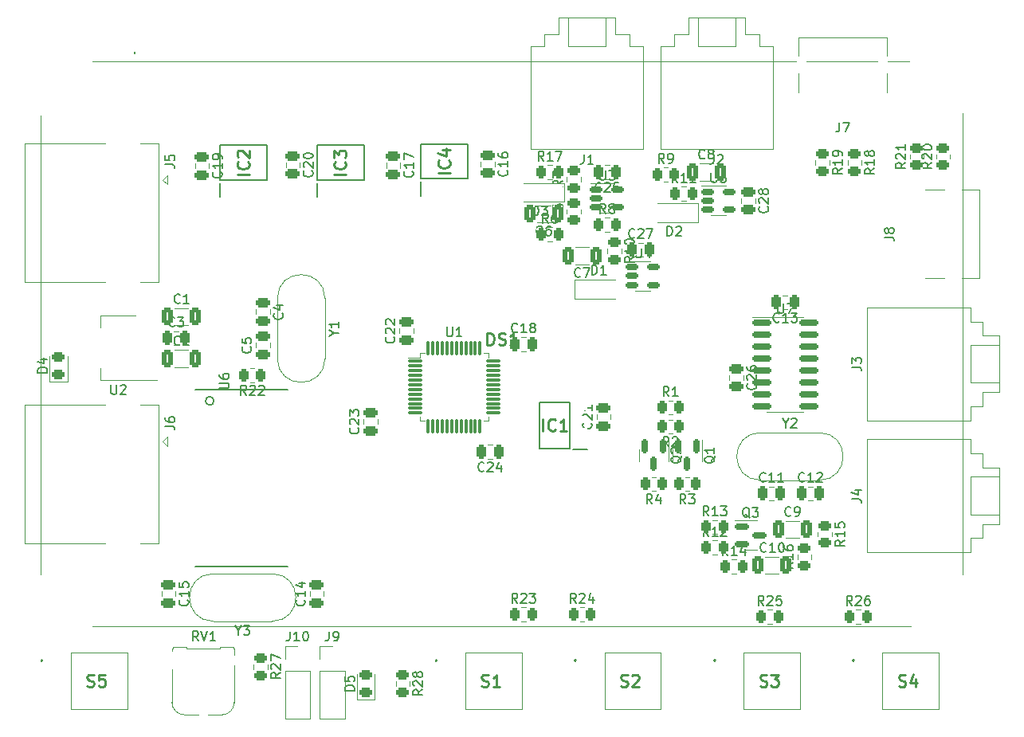
<source format=gto>
%TF.GenerationSoftware,KiCad,Pcbnew,(6.0.5)*%
%TF.CreationDate,2023-10-27T13:21:37+02:00*%
%TF.ProjectId,Tape_Emulator,54617065-5f45-46d7-956c-61746f722e6b,rev?*%
%TF.SameCoordinates,Original*%
%TF.FileFunction,Legend,Top*%
%TF.FilePolarity,Positive*%
%FSLAX46Y46*%
G04 Gerber Fmt 4.6, Leading zero omitted, Abs format (unit mm)*
G04 Created by KiCad (PCBNEW (6.0.5)) date 2023-10-27 13:21:37*
%MOMM*%
%LPD*%
G01*
G04 APERTURE LIST*
G04 Aperture macros list*
%AMRoundRect*
0 Rectangle with rounded corners*
0 $1 Rounding radius*
0 $2 $3 $4 $5 $6 $7 $8 $9 X,Y pos of 4 corners*
0 Add a 4 corners polygon primitive as box body*
4,1,4,$2,$3,$4,$5,$6,$7,$8,$9,$2,$3,0*
0 Add four circle primitives for the rounded corners*
1,1,$1+$1,$2,$3*
1,1,$1+$1,$4,$5*
1,1,$1+$1,$6,$7*
1,1,$1+$1,$8,$9*
0 Add four rect primitives between the rounded corners*
20,1,$1+$1,$2,$3,$4,$5,0*
20,1,$1+$1,$4,$5,$6,$7,0*
20,1,$1+$1,$6,$7,$8,$9,0*
20,1,$1+$1,$8,$9,$2,$3,0*%
G04 Aperture macros list end*
%ADD10C,0.150000*%
%ADD11C,0.254000*%
%ADD12C,0.120000*%
%ADD13C,0.200000*%
%ADD14C,0.100000*%
%ADD15C,0.203200*%
%ADD16RoundRect,0.250000X-0.262500X-0.450000X0.262500X-0.450000X0.262500X0.450000X-0.262500X0.450000X0*%
%ADD17RoundRect,0.250000X-0.325000X-0.650000X0.325000X-0.650000X0.325000X0.650000X-0.325000X0.650000X0*%
%ADD18R,0.450000X1.475000*%
%ADD19RoundRect,0.150000X-0.512500X-0.150000X0.512500X-0.150000X0.512500X0.150000X-0.512500X0.150000X0*%
%ADD20R,1.700000X1.700000*%
%ADD21O,1.700000X1.700000*%
%ADD22RoundRect,0.243750X0.456250X-0.243750X0.456250X0.243750X-0.456250X0.243750X-0.456250X-0.243750X0*%
%ADD23R,2.100000X1.400000*%
%ADD24R,1.560000X1.560000*%
%ADD25C,1.560000*%
%ADD26RoundRect,0.250000X0.450000X-0.262500X0.450000X0.262500X-0.450000X0.262500X-0.450000X-0.262500X0*%
%ADD27C,1.500000*%
%ADD28RoundRect,0.250000X0.325000X0.650000X-0.325000X0.650000X-0.325000X-0.650000X0.325000X-0.650000X0*%
%ADD29R,1.500000X0.650000*%
%ADD30R,1.524000X1.524000*%
%ADD31C,1.524000*%
%ADD32C,3.500000*%
%ADD33RoundRect,0.250000X-0.475000X0.250000X-0.475000X-0.250000X0.475000X-0.250000X0.475000X0.250000X0*%
%ADD34R,1.300000X1.700000*%
%ADD35C,0.650000*%
%ADD36R,0.600000X1.450000*%
%ADD37R,0.300000X1.450000*%
%ADD38O,1.000000X2.100000*%
%ADD39O,1.000000X1.600000*%
%ADD40RoundRect,0.150000X-0.587500X-0.150000X0.587500X-0.150000X0.587500X0.150000X-0.587500X0.150000X0*%
%ADD41RoundRect,0.250000X-0.250000X-0.475000X0.250000X-0.475000X0.250000X0.475000X-0.250000X0.475000X0*%
%ADD42RoundRect,0.250000X-0.450000X0.262500X-0.450000X-0.262500X0.450000X-0.262500X0.450000X0.262500X0*%
%ADD43RoundRect,0.250000X0.475000X-0.250000X0.475000X0.250000X-0.475000X0.250000X-0.475000X-0.250000X0*%
%ADD44R,1.450000X0.600000*%
%ADD45R,1.450000X0.300000*%
%ADD46O,2.100000X1.000000*%
%ADD47O,1.600000X1.000000*%
%ADD48R,2.200000X0.600000*%
%ADD49RoundRect,0.150000X-0.850000X-0.150000X0.850000X-0.150000X0.850000X0.150000X-0.850000X0.150000X0*%
%ADD50O,1.200000X2.200000*%
%ADD51O,2.200000X1.200000*%
%ADD52RoundRect,0.250000X0.262500X0.450000X-0.262500X0.450000X-0.262500X-0.450000X0.262500X-0.450000X0*%
%ADD53RoundRect,0.250000X0.250000X0.475000X-0.250000X0.475000X-0.250000X-0.475000X0.250000X-0.475000X0*%
%ADD54RoundRect,0.150000X-0.150000X0.587500X-0.150000X-0.587500X0.150000X-0.587500X0.150000X0.587500X0*%
%ADD55R,2.000000X1.500000*%
%ADD56R,2.000000X3.800000*%
%ADD57RoundRect,0.075000X-0.662500X-0.075000X0.662500X-0.075000X0.662500X0.075000X-0.662500X0.075000X0*%
%ADD58RoundRect,0.075000X-0.075000X-0.662500X0.075000X-0.662500X0.075000X0.662500X-0.075000X0.662500X0*%
%ADD59C,1.800000*%
%ADD60C,5.100000*%
G04 APERTURE END LIST*
D10*
%TO.C,R14*%
X146169142Y-106117380D02*
X145835809Y-105641190D01*
X145597714Y-106117380D02*
X145597714Y-105117380D01*
X145978666Y-105117380D01*
X146073904Y-105165000D01*
X146121523Y-105212619D01*
X146169142Y-105307857D01*
X146169142Y-105450714D01*
X146121523Y-105545952D01*
X146073904Y-105593571D01*
X145978666Y-105641190D01*
X145597714Y-105641190D01*
X147121523Y-106117380D02*
X146550095Y-106117380D01*
X146835809Y-106117380D02*
X146835809Y-105117380D01*
X146740571Y-105260238D01*
X146645333Y-105355476D01*
X146550095Y-105403095D01*
X147978666Y-105450714D02*
X147978666Y-106117380D01*
X147740571Y-105069761D02*
X147502476Y-105784047D01*
X148121523Y-105784047D01*
%TO.C,R25*%
X149979142Y-111451380D02*
X149645809Y-110975190D01*
X149407714Y-111451380D02*
X149407714Y-110451380D01*
X149788666Y-110451380D01*
X149883904Y-110499000D01*
X149931523Y-110546619D01*
X149979142Y-110641857D01*
X149979142Y-110784714D01*
X149931523Y-110879952D01*
X149883904Y-110927571D01*
X149788666Y-110975190D01*
X149407714Y-110975190D01*
X150360095Y-110546619D02*
X150407714Y-110499000D01*
X150502952Y-110451380D01*
X150741047Y-110451380D01*
X150836285Y-110499000D01*
X150883904Y-110546619D01*
X150931523Y-110641857D01*
X150931523Y-110737095D01*
X150883904Y-110879952D01*
X150312476Y-111451380D01*
X150931523Y-111451380D01*
X151836285Y-110451380D02*
X151360095Y-110451380D01*
X151312476Y-110927571D01*
X151360095Y-110879952D01*
X151455333Y-110832333D01*
X151693428Y-110832333D01*
X151788666Y-110879952D01*
X151836285Y-110927571D01*
X151883904Y-111022809D01*
X151883904Y-111260904D01*
X151836285Y-111356142D01*
X151788666Y-111403761D01*
X151693428Y-111451380D01*
X151455333Y-111451380D01*
X151360095Y-111403761D01*
X151312476Y-111356142D01*
%TO.C,R17*%
X126611142Y-64207380D02*
X126277809Y-63731190D01*
X126039714Y-64207380D02*
X126039714Y-63207380D01*
X126420666Y-63207380D01*
X126515904Y-63255000D01*
X126563523Y-63302619D01*
X126611142Y-63397857D01*
X126611142Y-63540714D01*
X126563523Y-63635952D01*
X126515904Y-63683571D01*
X126420666Y-63731190D01*
X126039714Y-63731190D01*
X127563523Y-64207380D02*
X126992095Y-64207380D01*
X127277809Y-64207380D02*
X127277809Y-63207380D01*
X127182571Y-63350238D01*
X127087333Y-63445476D01*
X126992095Y-63493095D01*
X127896857Y-63207380D02*
X128563523Y-63207380D01*
X128134952Y-64207380D01*
%TO.C,C10*%
X150233142Y-105695142D02*
X150185523Y-105742761D01*
X150042666Y-105790380D01*
X149947428Y-105790380D01*
X149804571Y-105742761D01*
X149709333Y-105647523D01*
X149661714Y-105552285D01*
X149614095Y-105361809D01*
X149614095Y-105218952D01*
X149661714Y-105028476D01*
X149709333Y-104933238D01*
X149804571Y-104838000D01*
X149947428Y-104790380D01*
X150042666Y-104790380D01*
X150185523Y-104838000D01*
X150233142Y-104885619D01*
X151185523Y-105790380D02*
X150614095Y-105790380D01*
X150899809Y-105790380D02*
X150899809Y-104790380D01*
X150804571Y-104933238D01*
X150709333Y-105028476D01*
X150614095Y-105076095D01*
X151804571Y-104790380D02*
X151899809Y-104790380D01*
X151995047Y-104838000D01*
X152042666Y-104885619D01*
X152090285Y-104980857D01*
X152137904Y-105171333D01*
X152137904Y-105409428D01*
X152090285Y-105599904D01*
X152042666Y-105695142D01*
X151995047Y-105742761D01*
X151899809Y-105790380D01*
X151804571Y-105790380D01*
X151709333Y-105742761D01*
X151661714Y-105695142D01*
X151614095Y-105599904D01*
X151566476Y-105409428D01*
X151566476Y-105171333D01*
X151614095Y-104980857D01*
X151661714Y-104885619D01*
X151709333Y-104838000D01*
X151804571Y-104790380D01*
D11*
%TO.C,IC4*%
X116652523Y-65501761D02*
X115382523Y-65501761D01*
X116531571Y-64171285D02*
X116592047Y-64231761D01*
X116652523Y-64413190D01*
X116652523Y-64534142D01*
X116592047Y-64715571D01*
X116471095Y-64836523D01*
X116350142Y-64897000D01*
X116108238Y-64957476D01*
X115926809Y-64957476D01*
X115684904Y-64897000D01*
X115563952Y-64836523D01*
X115443000Y-64715571D01*
X115382523Y-64534142D01*
X115382523Y-64413190D01*
X115443000Y-64231761D01*
X115503476Y-64171285D01*
X115805857Y-63082714D02*
X116652523Y-63082714D01*
X115322047Y-63385095D02*
X116229190Y-63687476D01*
X116229190Y-62901285D01*
D10*
%TO.C,U5*%
X144399095Y-65505380D02*
X144399095Y-66314904D01*
X144446714Y-66410142D01*
X144494333Y-66457761D01*
X144589571Y-66505380D01*
X144780047Y-66505380D01*
X144875285Y-66457761D01*
X144922904Y-66410142D01*
X144970523Y-66314904D01*
X144970523Y-65505380D01*
X145922904Y-65505380D02*
X145446714Y-65505380D01*
X145399095Y-65981571D01*
X145446714Y-65933952D01*
X145541952Y-65886333D01*
X145780047Y-65886333D01*
X145875285Y-65933952D01*
X145922904Y-65981571D01*
X145970523Y-66076809D01*
X145970523Y-66314904D01*
X145922904Y-66410142D01*
X145875285Y-66457761D01*
X145780047Y-66505380D01*
X145541952Y-66505380D01*
X145446714Y-66457761D01*
X145399095Y-66410142D01*
%TO.C,R1*%
X139914333Y-89226380D02*
X139581000Y-88750190D01*
X139342904Y-89226380D02*
X139342904Y-88226380D01*
X139723857Y-88226380D01*
X139819095Y-88274000D01*
X139866714Y-88321619D01*
X139914333Y-88416857D01*
X139914333Y-88559714D01*
X139866714Y-88654952D01*
X139819095Y-88702571D01*
X139723857Y-88750190D01*
X139342904Y-88750190D01*
X140866714Y-89226380D02*
X140295285Y-89226380D01*
X140581000Y-89226380D02*
X140581000Y-88226380D01*
X140485761Y-88369238D01*
X140390523Y-88464476D01*
X140295285Y-88512095D01*
%TO.C,J10*%
X99647476Y-114231380D02*
X99647476Y-114945666D01*
X99599857Y-115088523D01*
X99504619Y-115183761D01*
X99361761Y-115231380D01*
X99266523Y-115231380D01*
X100647476Y-115231380D02*
X100076047Y-115231380D01*
X100361761Y-115231380D02*
X100361761Y-114231380D01*
X100266523Y-114374238D01*
X100171285Y-114469476D01*
X100076047Y-114517095D01*
X101266523Y-114231380D02*
X101361761Y-114231380D01*
X101457000Y-114279000D01*
X101504619Y-114326619D01*
X101552238Y-114421857D01*
X101599857Y-114612333D01*
X101599857Y-114850428D01*
X101552238Y-115040904D01*
X101504619Y-115136142D01*
X101457000Y-115183761D01*
X101361761Y-115231380D01*
X101266523Y-115231380D01*
X101171285Y-115183761D01*
X101123666Y-115136142D01*
X101076047Y-115040904D01*
X101028428Y-114850428D01*
X101028428Y-114612333D01*
X101076047Y-114421857D01*
X101123666Y-114326619D01*
X101171285Y-114279000D01*
X101266523Y-114231380D01*
%TO.C,R9*%
X139406333Y-64461380D02*
X139073000Y-63985190D01*
X138834904Y-64461380D02*
X138834904Y-63461380D01*
X139215857Y-63461380D01*
X139311095Y-63509000D01*
X139358714Y-63556619D01*
X139406333Y-63651857D01*
X139406333Y-63794714D01*
X139358714Y-63889952D01*
X139311095Y-63937571D01*
X139215857Y-63985190D01*
X138834904Y-63985190D01*
X139882523Y-64461380D02*
X140073000Y-64461380D01*
X140168238Y-64413761D01*
X140215857Y-64366142D01*
X140311095Y-64223285D01*
X140358714Y-64032809D01*
X140358714Y-63651857D01*
X140311095Y-63556619D01*
X140263476Y-63509000D01*
X140168238Y-63461380D01*
X139977761Y-63461380D01*
X139882523Y-63509000D01*
X139834904Y-63556619D01*
X139787285Y-63651857D01*
X139787285Y-63889952D01*
X139834904Y-63985190D01*
X139882523Y-64032809D01*
X139977761Y-64080428D01*
X140168238Y-64080428D01*
X140263476Y-64032809D01*
X140311095Y-63985190D01*
X140358714Y-63889952D01*
%TO.C,D5*%
X106498380Y-120499095D02*
X105498380Y-120499095D01*
X105498380Y-120261000D01*
X105546000Y-120118142D01*
X105641238Y-120022904D01*
X105736476Y-119975285D01*
X105926952Y-119927666D01*
X106069809Y-119927666D01*
X106260285Y-119975285D01*
X106355523Y-120022904D01*
X106450761Y-120118142D01*
X106498380Y-120261000D01*
X106498380Y-120499095D01*
X105498380Y-119022904D02*
X105498380Y-119499095D01*
X105974571Y-119546714D01*
X105926952Y-119499095D01*
X105879333Y-119403857D01*
X105879333Y-119165761D01*
X105926952Y-119070523D01*
X105974571Y-119022904D01*
X106069809Y-118975285D01*
X106307904Y-118975285D01*
X106403142Y-119022904D01*
X106450761Y-119070523D01*
X106498380Y-119165761D01*
X106498380Y-119403857D01*
X106450761Y-119499095D01*
X106403142Y-119546714D01*
%TO.C,R26*%
X159377142Y-111451380D02*
X159043809Y-110975190D01*
X158805714Y-111451380D02*
X158805714Y-110451380D01*
X159186666Y-110451380D01*
X159281904Y-110499000D01*
X159329523Y-110546619D01*
X159377142Y-110641857D01*
X159377142Y-110784714D01*
X159329523Y-110879952D01*
X159281904Y-110927571D01*
X159186666Y-110975190D01*
X158805714Y-110975190D01*
X159758095Y-110546619D02*
X159805714Y-110499000D01*
X159900952Y-110451380D01*
X160139047Y-110451380D01*
X160234285Y-110499000D01*
X160281904Y-110546619D01*
X160329523Y-110641857D01*
X160329523Y-110737095D01*
X160281904Y-110879952D01*
X159710476Y-111451380D01*
X160329523Y-111451380D01*
X161186666Y-110451380D02*
X160996190Y-110451380D01*
X160900952Y-110499000D01*
X160853333Y-110546619D01*
X160758095Y-110689476D01*
X160710476Y-110879952D01*
X160710476Y-111260904D01*
X160758095Y-111356142D01*
X160805714Y-111403761D01*
X160900952Y-111451380D01*
X161091428Y-111451380D01*
X161186666Y-111403761D01*
X161234285Y-111356142D01*
X161281904Y-111260904D01*
X161281904Y-111022809D01*
X161234285Y-110927571D01*
X161186666Y-110879952D01*
X161091428Y-110832333D01*
X160900952Y-110832333D01*
X160805714Y-110879952D01*
X160758095Y-110927571D01*
X160710476Y-111022809D01*
D11*
%TO.C,S5*%
X78107380Y-120021047D02*
X78288809Y-120081523D01*
X78591190Y-120081523D01*
X78712142Y-120021047D01*
X78772619Y-119960571D01*
X78833095Y-119839619D01*
X78833095Y-119718666D01*
X78772619Y-119597714D01*
X78712142Y-119537238D01*
X78591190Y-119476761D01*
X78349285Y-119416285D01*
X78228333Y-119355809D01*
X78167857Y-119295333D01*
X78107380Y-119174380D01*
X78107380Y-119053428D01*
X78167857Y-118932476D01*
X78228333Y-118872000D01*
X78349285Y-118811523D01*
X78651666Y-118811523D01*
X78833095Y-118872000D01*
X79982142Y-118811523D02*
X79377380Y-118811523D01*
X79316904Y-119416285D01*
X79377380Y-119355809D01*
X79498333Y-119295333D01*
X79800714Y-119295333D01*
X79921666Y-119355809D01*
X79982142Y-119416285D01*
X80042619Y-119537238D01*
X80042619Y-119839619D01*
X79982142Y-119960571D01*
X79921666Y-120021047D01*
X79800714Y-120081523D01*
X79498333Y-120081523D01*
X79377380Y-120021047D01*
X79316904Y-119960571D01*
D10*
%TO.C,RV1*%
X89928761Y-115219380D02*
X89595428Y-114743190D01*
X89357333Y-115219380D02*
X89357333Y-114219380D01*
X89738285Y-114219380D01*
X89833523Y-114267000D01*
X89881142Y-114314619D01*
X89928761Y-114409857D01*
X89928761Y-114552714D01*
X89881142Y-114647952D01*
X89833523Y-114695571D01*
X89738285Y-114743190D01*
X89357333Y-114743190D01*
X90214476Y-114219380D02*
X90547809Y-115219380D01*
X90881142Y-114219380D01*
X91738285Y-115219380D02*
X91166857Y-115219380D01*
X91452571Y-115219380D02*
X91452571Y-114219380D01*
X91357333Y-114362238D01*
X91262095Y-114457476D01*
X91166857Y-114505095D01*
%TO.C,R21*%
X165045380Y-64396857D02*
X164569190Y-64730190D01*
X165045380Y-64968285D02*
X164045380Y-64968285D01*
X164045380Y-64587333D01*
X164093000Y-64492095D01*
X164140619Y-64444476D01*
X164235857Y-64396857D01*
X164378714Y-64396857D01*
X164473952Y-64444476D01*
X164521571Y-64492095D01*
X164569190Y-64587333D01*
X164569190Y-64968285D01*
X164140619Y-64015904D02*
X164093000Y-63968285D01*
X164045380Y-63873047D01*
X164045380Y-63634952D01*
X164093000Y-63539714D01*
X164140619Y-63492095D01*
X164235857Y-63444476D01*
X164331095Y-63444476D01*
X164473952Y-63492095D01*
X165045380Y-64063523D01*
X165045380Y-63444476D01*
X165045380Y-62492095D02*
X165045380Y-63063523D01*
X165045380Y-62777809D02*
X164045380Y-62777809D01*
X164188238Y-62873047D01*
X164283476Y-62968285D01*
X164331095Y-63063523D01*
%TO.C,Y1*%
X104339190Y-82508190D02*
X104815380Y-82508190D01*
X103815380Y-82841523D02*
X104339190Y-82508190D01*
X103815380Y-82174857D01*
X104815380Y-81317714D02*
X104815380Y-81889142D01*
X104815380Y-81603428D02*
X103815380Y-81603428D01*
X103958238Y-81698666D01*
X104053476Y-81793904D01*
X104101095Y-81889142D01*
%TO.C,C7*%
X130516333Y-76502142D02*
X130468714Y-76549761D01*
X130325857Y-76597380D01*
X130230619Y-76597380D01*
X130087761Y-76549761D01*
X129992523Y-76454523D01*
X129944904Y-76359285D01*
X129897285Y-76168809D01*
X129897285Y-76025952D01*
X129944904Y-75835476D01*
X129992523Y-75740238D01*
X130087761Y-75645000D01*
X130230619Y-75597380D01*
X130325857Y-75597380D01*
X130468714Y-75645000D01*
X130516333Y-75692619D01*
X130849666Y-75597380D02*
X131516333Y-75597380D01*
X131087761Y-76597380D01*
D11*
%TO.C,IC1*%
X126522238Y-92903523D02*
X126522238Y-91633523D01*
X127852714Y-92782571D02*
X127792238Y-92843047D01*
X127610809Y-92903523D01*
X127489857Y-92903523D01*
X127308428Y-92843047D01*
X127187476Y-92722095D01*
X127127000Y-92601142D01*
X127066523Y-92359238D01*
X127066523Y-92177809D01*
X127127000Y-91935904D01*
X127187476Y-91814952D01*
X127308428Y-91694000D01*
X127489857Y-91633523D01*
X127610809Y-91633523D01*
X127792238Y-91694000D01*
X127852714Y-91754476D01*
X129062238Y-92903523D02*
X128336523Y-92903523D01*
X128699380Y-92903523D02*
X128699380Y-91633523D01*
X128578428Y-91814952D01*
X128457476Y-91935904D01*
X128336523Y-91996380D01*
D10*
%TO.C,J5*%
X86396880Y-64606333D02*
X87111166Y-64606333D01*
X87254023Y-64653952D01*
X87349261Y-64749190D01*
X87396880Y-64892047D01*
X87396880Y-64987285D01*
X86396880Y-63653952D02*
X86396880Y-64130142D01*
X86873071Y-64177761D01*
X86825452Y-64130142D01*
X86777833Y-64034904D01*
X86777833Y-63796809D01*
X86825452Y-63701571D01*
X86873071Y-63653952D01*
X86968309Y-63606333D01*
X87206404Y-63606333D01*
X87301642Y-63653952D01*
X87349261Y-63701571D01*
X87396880Y-63796809D01*
X87396880Y-64034904D01*
X87349261Y-64130142D01*
X87301642Y-64177761D01*
%TO.C,D4*%
X73859380Y-86717095D02*
X72859380Y-86717095D01*
X72859380Y-86479000D01*
X72907000Y-86336142D01*
X73002238Y-86240904D01*
X73097476Y-86193285D01*
X73287952Y-86145666D01*
X73430809Y-86145666D01*
X73621285Y-86193285D01*
X73716523Y-86240904D01*
X73811761Y-86336142D01*
X73859380Y-86479000D01*
X73859380Y-86717095D01*
X73192714Y-85288523D02*
X73859380Y-85288523D01*
X72811761Y-85526619D02*
X73526047Y-85764714D01*
X73526047Y-85145666D01*
%TO.C,C1*%
X87971333Y-79279142D02*
X87923714Y-79326761D01*
X87780857Y-79374380D01*
X87685619Y-79374380D01*
X87542761Y-79326761D01*
X87447523Y-79231523D01*
X87399904Y-79136285D01*
X87352285Y-78945809D01*
X87352285Y-78802952D01*
X87399904Y-78612476D01*
X87447523Y-78517238D01*
X87542761Y-78422000D01*
X87685619Y-78374380D01*
X87780857Y-78374380D01*
X87923714Y-78422000D01*
X87971333Y-78469619D01*
X88923714Y-79374380D02*
X88352285Y-79374380D01*
X88638000Y-79374380D02*
X88638000Y-78374380D01*
X88542761Y-78517238D01*
X88447523Y-78612476D01*
X88352285Y-78660095D01*
%TO.C,R7*%
X128596380Y-66333666D02*
X128120190Y-66667000D01*
X128596380Y-66905095D02*
X127596380Y-66905095D01*
X127596380Y-66524142D01*
X127644000Y-66428904D01*
X127691619Y-66381285D01*
X127786857Y-66333666D01*
X127929714Y-66333666D01*
X128024952Y-66381285D01*
X128072571Y-66428904D01*
X128120190Y-66524142D01*
X128120190Y-66905095D01*
X127596380Y-66000333D02*
X127596380Y-65333666D01*
X128596380Y-65762238D01*
%TO.C,C15*%
X88778142Y-110878857D02*
X88825761Y-110926476D01*
X88873380Y-111069333D01*
X88873380Y-111164571D01*
X88825761Y-111307428D01*
X88730523Y-111402666D01*
X88635285Y-111450285D01*
X88444809Y-111497904D01*
X88301952Y-111497904D01*
X88111476Y-111450285D01*
X88016238Y-111402666D01*
X87921000Y-111307428D01*
X87873380Y-111164571D01*
X87873380Y-111069333D01*
X87921000Y-110926476D01*
X87968619Y-110878857D01*
X88873380Y-109926476D02*
X88873380Y-110497904D01*
X88873380Y-110212190D02*
X87873380Y-110212190D01*
X88016238Y-110307428D01*
X88111476Y-110402666D01*
X88159095Y-110497904D01*
X87873380Y-109021714D02*
X87873380Y-109497904D01*
X88349571Y-109545523D01*
X88301952Y-109497904D01*
X88254333Y-109402666D01*
X88254333Y-109164571D01*
X88301952Y-109069333D01*
X88349571Y-109021714D01*
X88444809Y-108974095D01*
X88682904Y-108974095D01*
X88778142Y-109021714D01*
X88825761Y-109069333D01*
X88873380Y-109164571D01*
X88873380Y-109402666D01*
X88825761Y-109497904D01*
X88778142Y-109545523D01*
D11*
%TO.C,S3*%
X149608380Y-120021047D02*
X149789809Y-120081523D01*
X150092190Y-120081523D01*
X150213142Y-120021047D01*
X150273619Y-119960571D01*
X150334095Y-119839619D01*
X150334095Y-119718666D01*
X150273619Y-119597714D01*
X150213142Y-119537238D01*
X150092190Y-119476761D01*
X149850285Y-119416285D01*
X149729333Y-119355809D01*
X149668857Y-119295333D01*
X149608380Y-119174380D01*
X149608380Y-119053428D01*
X149668857Y-118932476D01*
X149729333Y-118872000D01*
X149850285Y-118811523D01*
X150152666Y-118811523D01*
X150334095Y-118872000D01*
X150757428Y-118811523D02*
X151543619Y-118811523D01*
X151120285Y-119295333D01*
X151301714Y-119295333D01*
X151422666Y-119355809D01*
X151483142Y-119416285D01*
X151543619Y-119537238D01*
X151543619Y-119839619D01*
X151483142Y-119960571D01*
X151422666Y-120021047D01*
X151301714Y-120081523D01*
X150938857Y-120081523D01*
X150817904Y-120021047D01*
X150757428Y-119960571D01*
D10*
%TO.C,D1*%
X131722904Y-76303380D02*
X131722904Y-75303380D01*
X131961000Y-75303380D01*
X132103857Y-75351000D01*
X132199095Y-75446238D01*
X132246714Y-75541476D01*
X132294333Y-75731952D01*
X132294333Y-75874809D01*
X132246714Y-76065285D01*
X132199095Y-76160523D01*
X132103857Y-76255761D01*
X131961000Y-76303380D01*
X131722904Y-76303380D01*
X133246714Y-76303380D02*
X132675285Y-76303380D01*
X132961000Y-76303380D02*
X132961000Y-75303380D01*
X132865761Y-75446238D01*
X132770523Y-75541476D01*
X132675285Y-75589095D01*
%TO.C,J7*%
X158037666Y-60133380D02*
X158037666Y-60847666D01*
X157990047Y-60990523D01*
X157894809Y-61085761D01*
X157751952Y-61133380D01*
X157656714Y-61133380D01*
X158418619Y-60133380D02*
X159085285Y-60133380D01*
X158656714Y-61133380D01*
%TO.C,R8*%
X133183333Y-69795380D02*
X132850000Y-69319190D01*
X132611904Y-69795380D02*
X132611904Y-68795380D01*
X132992857Y-68795380D01*
X133088095Y-68843000D01*
X133135714Y-68890619D01*
X133183333Y-68985857D01*
X133183333Y-69128714D01*
X133135714Y-69223952D01*
X133088095Y-69271571D01*
X132992857Y-69319190D01*
X132611904Y-69319190D01*
X133754761Y-69223952D02*
X133659523Y-69176333D01*
X133611904Y-69128714D01*
X133564285Y-69033476D01*
X133564285Y-68985857D01*
X133611904Y-68890619D01*
X133659523Y-68843000D01*
X133754761Y-68795380D01*
X133945238Y-68795380D01*
X134040476Y-68843000D01*
X134088095Y-68890619D01*
X134135714Y-68985857D01*
X134135714Y-69033476D01*
X134088095Y-69128714D01*
X134040476Y-69176333D01*
X133945238Y-69223952D01*
X133754761Y-69223952D01*
X133659523Y-69271571D01*
X133611904Y-69319190D01*
X133564285Y-69414428D01*
X133564285Y-69604904D01*
X133611904Y-69700142D01*
X133659523Y-69747761D01*
X133754761Y-69795380D01*
X133945238Y-69795380D01*
X134040476Y-69747761D01*
X134088095Y-69700142D01*
X134135714Y-69604904D01*
X134135714Y-69414428D01*
X134088095Y-69319190D01*
X134040476Y-69271571D01*
X133945238Y-69223952D01*
D11*
%TO.C,S4*%
X164340380Y-120021047D02*
X164521809Y-120081523D01*
X164824190Y-120081523D01*
X164945142Y-120021047D01*
X165005619Y-119960571D01*
X165066095Y-119839619D01*
X165066095Y-119718666D01*
X165005619Y-119597714D01*
X164945142Y-119537238D01*
X164824190Y-119476761D01*
X164582285Y-119416285D01*
X164461333Y-119355809D01*
X164400857Y-119295333D01*
X164340380Y-119174380D01*
X164340380Y-119053428D01*
X164400857Y-118932476D01*
X164461333Y-118872000D01*
X164582285Y-118811523D01*
X164884666Y-118811523D01*
X165066095Y-118872000D01*
X166154666Y-119234857D02*
X166154666Y-120081523D01*
X165852285Y-118751047D02*
X165549904Y-119658190D01*
X166336095Y-119658190D01*
D10*
%TO.C,D2*%
X139723904Y-72175380D02*
X139723904Y-71175380D01*
X139962000Y-71175380D01*
X140104857Y-71223000D01*
X140200095Y-71318238D01*
X140247714Y-71413476D01*
X140295333Y-71603952D01*
X140295333Y-71746809D01*
X140247714Y-71937285D01*
X140200095Y-72032523D01*
X140104857Y-72127761D01*
X139962000Y-72175380D01*
X139723904Y-72175380D01*
X140676285Y-71270619D02*
X140723904Y-71223000D01*
X140819142Y-71175380D01*
X141057238Y-71175380D01*
X141152476Y-71223000D01*
X141200095Y-71270619D01*
X141247714Y-71365857D01*
X141247714Y-71461095D01*
X141200095Y-71603952D01*
X140628666Y-72175380D01*
X141247714Y-72175380D01*
D11*
%TO.C,IC2*%
X95316523Y-65628761D02*
X94046523Y-65628761D01*
X95195571Y-64298285D02*
X95256047Y-64358761D01*
X95316523Y-64540190D01*
X95316523Y-64661142D01*
X95256047Y-64842571D01*
X95135095Y-64963523D01*
X95014142Y-65024000D01*
X94772238Y-65084476D01*
X94590809Y-65084476D01*
X94348904Y-65024000D01*
X94227952Y-64963523D01*
X94107000Y-64842571D01*
X94046523Y-64661142D01*
X94046523Y-64540190D01*
X94107000Y-64358761D01*
X94167476Y-64298285D01*
X94167476Y-63814476D02*
X94107000Y-63754000D01*
X94046523Y-63633047D01*
X94046523Y-63330666D01*
X94107000Y-63209714D01*
X94167476Y-63149238D01*
X94288428Y-63088761D01*
X94409380Y-63088761D01*
X94590809Y-63149238D01*
X95316523Y-63874952D01*
X95316523Y-63088761D01*
D10*
%TO.C,Q3*%
X148494761Y-102160619D02*
X148399523Y-102113000D01*
X148304285Y-102017761D01*
X148161428Y-101874904D01*
X148066190Y-101827285D01*
X147970952Y-101827285D01*
X148018571Y-102065380D02*
X147923333Y-102017761D01*
X147828095Y-101922523D01*
X147780476Y-101732047D01*
X147780476Y-101398714D01*
X147828095Y-101208238D01*
X147923333Y-101113000D01*
X148018571Y-101065380D01*
X148209047Y-101065380D01*
X148304285Y-101113000D01*
X148399523Y-101208238D01*
X148447142Y-101398714D01*
X148447142Y-101732047D01*
X148399523Y-101922523D01*
X148304285Y-102017761D01*
X148209047Y-102065380D01*
X148018571Y-102065380D01*
X148780476Y-101065380D02*
X149399523Y-101065380D01*
X149066190Y-101446333D01*
X149209047Y-101446333D01*
X149304285Y-101493952D01*
X149351904Y-101541571D01*
X149399523Y-101636809D01*
X149399523Y-101874904D01*
X149351904Y-101970142D01*
X149304285Y-102017761D01*
X149209047Y-102065380D01*
X148923333Y-102065380D01*
X148828095Y-102017761D01*
X148780476Y-101970142D01*
%TO.C,C27*%
X136263142Y-72337142D02*
X136215523Y-72384761D01*
X136072666Y-72432380D01*
X135977428Y-72432380D01*
X135834571Y-72384761D01*
X135739333Y-72289523D01*
X135691714Y-72194285D01*
X135644095Y-72003809D01*
X135644095Y-71860952D01*
X135691714Y-71670476D01*
X135739333Y-71575238D01*
X135834571Y-71480000D01*
X135977428Y-71432380D01*
X136072666Y-71432380D01*
X136215523Y-71480000D01*
X136263142Y-71527619D01*
X136644095Y-71527619D02*
X136691714Y-71480000D01*
X136786952Y-71432380D01*
X137025047Y-71432380D01*
X137120285Y-71480000D01*
X137167904Y-71527619D01*
X137215523Y-71622857D01*
X137215523Y-71718095D01*
X137167904Y-71860952D01*
X136596476Y-72432380D01*
X137215523Y-72432380D01*
X137548857Y-71432380D02*
X138215523Y-71432380D01*
X137786952Y-72432380D01*
%TO.C,R19*%
X158312380Y-65031857D02*
X157836190Y-65365190D01*
X158312380Y-65603285D02*
X157312380Y-65603285D01*
X157312380Y-65222333D01*
X157360000Y-65127095D01*
X157407619Y-65079476D01*
X157502857Y-65031857D01*
X157645714Y-65031857D01*
X157740952Y-65079476D01*
X157788571Y-65127095D01*
X157836190Y-65222333D01*
X157836190Y-65603285D01*
X158312380Y-64079476D02*
X158312380Y-64650904D01*
X158312380Y-64365190D02*
X157312380Y-64365190D01*
X157455238Y-64460428D01*
X157550476Y-64555666D01*
X157598095Y-64650904D01*
X158312380Y-63603285D02*
X158312380Y-63412809D01*
X158264761Y-63317571D01*
X158217142Y-63269952D01*
X158074285Y-63174714D01*
X157883809Y-63127095D01*
X157502857Y-63127095D01*
X157407619Y-63174714D01*
X157360000Y-63222333D01*
X157312380Y-63317571D01*
X157312380Y-63508047D01*
X157360000Y-63603285D01*
X157407619Y-63650904D01*
X157502857Y-63698523D01*
X157740952Y-63698523D01*
X157836190Y-63650904D01*
X157883809Y-63603285D01*
X157931428Y-63508047D01*
X157931428Y-63317571D01*
X157883809Y-63222333D01*
X157836190Y-63174714D01*
X157740952Y-63127095D01*
%TO.C,C22*%
X110691142Y-82938857D02*
X110738761Y-82986476D01*
X110786380Y-83129333D01*
X110786380Y-83224571D01*
X110738761Y-83367428D01*
X110643523Y-83462666D01*
X110548285Y-83510285D01*
X110357809Y-83557904D01*
X110214952Y-83557904D01*
X110024476Y-83510285D01*
X109929238Y-83462666D01*
X109834000Y-83367428D01*
X109786380Y-83224571D01*
X109786380Y-83129333D01*
X109834000Y-82986476D01*
X109881619Y-82938857D01*
X109881619Y-82557904D02*
X109834000Y-82510285D01*
X109786380Y-82415047D01*
X109786380Y-82176952D01*
X109834000Y-82081714D01*
X109881619Y-82034095D01*
X109976857Y-81986476D01*
X110072095Y-81986476D01*
X110214952Y-82034095D01*
X110786380Y-82605523D01*
X110786380Y-81986476D01*
X109881619Y-81605523D02*
X109834000Y-81557904D01*
X109786380Y-81462666D01*
X109786380Y-81224571D01*
X109834000Y-81129333D01*
X109881619Y-81081714D01*
X109976857Y-81034095D01*
X110072095Y-81034095D01*
X110214952Y-81081714D01*
X110786380Y-81653142D01*
X110786380Y-81034095D01*
%TO.C,C3*%
X87397333Y-81735142D02*
X87349714Y-81782761D01*
X87206857Y-81830380D01*
X87111619Y-81830380D01*
X86968761Y-81782761D01*
X86873523Y-81687523D01*
X86825904Y-81592285D01*
X86778285Y-81401809D01*
X86778285Y-81258952D01*
X86825904Y-81068476D01*
X86873523Y-80973238D01*
X86968761Y-80878000D01*
X87111619Y-80830380D01*
X87206857Y-80830380D01*
X87349714Y-80878000D01*
X87397333Y-80925619D01*
X87730666Y-80830380D02*
X88349714Y-80830380D01*
X88016380Y-81211333D01*
X88159238Y-81211333D01*
X88254476Y-81258952D01*
X88302095Y-81306571D01*
X88349714Y-81401809D01*
X88349714Y-81639904D01*
X88302095Y-81735142D01*
X88254476Y-81782761D01*
X88159238Y-81830380D01*
X87873523Y-81830380D01*
X87778285Y-81782761D01*
X87730666Y-81735142D01*
%TO.C,C4*%
X98811142Y-80430666D02*
X98858761Y-80478285D01*
X98906380Y-80621142D01*
X98906380Y-80716380D01*
X98858761Y-80859238D01*
X98763523Y-80954476D01*
X98668285Y-81002095D01*
X98477809Y-81049714D01*
X98334952Y-81049714D01*
X98144476Y-81002095D01*
X98049238Y-80954476D01*
X97954000Y-80859238D01*
X97906380Y-80716380D01*
X97906380Y-80621142D01*
X97954000Y-80478285D01*
X98001619Y-80430666D01*
X98239714Y-79573523D02*
X98906380Y-79573523D01*
X97858761Y-79811619D02*
X98573047Y-80049714D01*
X98573047Y-79430666D01*
%TO.C,C21*%
X131646142Y-92082857D02*
X131693761Y-92130476D01*
X131741380Y-92273333D01*
X131741380Y-92368571D01*
X131693761Y-92511428D01*
X131598523Y-92606666D01*
X131503285Y-92654285D01*
X131312809Y-92701904D01*
X131169952Y-92701904D01*
X130979476Y-92654285D01*
X130884238Y-92606666D01*
X130789000Y-92511428D01*
X130741380Y-92368571D01*
X130741380Y-92273333D01*
X130789000Y-92130476D01*
X130836619Y-92082857D01*
X130836619Y-91701904D02*
X130789000Y-91654285D01*
X130741380Y-91559047D01*
X130741380Y-91320952D01*
X130789000Y-91225714D01*
X130836619Y-91178095D01*
X130931857Y-91130476D01*
X131027095Y-91130476D01*
X131169952Y-91178095D01*
X131741380Y-91749523D01*
X131741380Y-91130476D01*
X131741380Y-90178095D02*
X131741380Y-90749523D01*
X131741380Y-90463809D02*
X130741380Y-90463809D01*
X130884238Y-90559047D01*
X130979476Y-90654285D01*
X131027095Y-90749523D01*
%TO.C,J8*%
X162844380Y-72342333D02*
X163558666Y-72342333D01*
X163701523Y-72389952D01*
X163796761Y-72485190D01*
X163844380Y-72628047D01*
X163844380Y-72723285D01*
X163272952Y-71723285D02*
X163225333Y-71818523D01*
X163177714Y-71866142D01*
X163082476Y-71913761D01*
X163034857Y-71913761D01*
X162939619Y-71866142D01*
X162892000Y-71818523D01*
X162844380Y-71723285D01*
X162844380Y-71532809D01*
X162892000Y-71437571D01*
X162939619Y-71389952D01*
X163034857Y-71342333D01*
X163082476Y-71342333D01*
X163177714Y-71389952D01*
X163225333Y-71437571D01*
X163272952Y-71532809D01*
X163272952Y-71723285D01*
X163320571Y-71818523D01*
X163368190Y-71866142D01*
X163463428Y-71913761D01*
X163653904Y-71913761D01*
X163749142Y-71866142D01*
X163796761Y-71818523D01*
X163844380Y-71723285D01*
X163844380Y-71532809D01*
X163796761Y-71437571D01*
X163749142Y-71389952D01*
X163653904Y-71342333D01*
X163463428Y-71342333D01*
X163368190Y-71389952D01*
X163320571Y-71437571D01*
X163272952Y-71532809D01*
%TO.C,U6*%
X92162380Y-88391904D02*
X92971904Y-88391904D01*
X93067142Y-88344285D01*
X93114761Y-88296666D01*
X93162380Y-88201428D01*
X93162380Y-88010952D01*
X93114761Y-87915714D01*
X93067142Y-87868095D01*
X92971904Y-87820476D01*
X92162380Y-87820476D01*
X92162380Y-86915714D02*
X92162380Y-87106190D01*
X92210000Y-87201428D01*
X92257619Y-87249047D01*
X92400476Y-87344285D01*
X92590952Y-87391904D01*
X92971904Y-87391904D01*
X93067142Y-87344285D01*
X93114761Y-87296666D01*
X93162380Y-87201428D01*
X93162380Y-87010952D01*
X93114761Y-86915714D01*
X93067142Y-86868095D01*
X92971904Y-86820476D01*
X92733809Y-86820476D01*
X92638571Y-86868095D01*
X92590952Y-86915714D01*
X92543333Y-87010952D01*
X92543333Y-87201428D01*
X92590952Y-87296666D01*
X92638571Y-87344285D01*
X92733809Y-87391904D01*
%TO.C,U3*%
X132588095Y-65251380D02*
X132588095Y-66060904D01*
X132635714Y-66156142D01*
X132683333Y-66203761D01*
X132778571Y-66251380D01*
X132969047Y-66251380D01*
X133064285Y-66203761D01*
X133111904Y-66156142D01*
X133159523Y-66060904D01*
X133159523Y-65251380D01*
X133540476Y-65251380D02*
X134159523Y-65251380D01*
X133826190Y-65632333D01*
X133969047Y-65632333D01*
X134064285Y-65679952D01*
X134111904Y-65727571D01*
X134159523Y-65822809D01*
X134159523Y-66060904D01*
X134111904Y-66156142D01*
X134064285Y-66203761D01*
X133969047Y-66251380D01*
X133683333Y-66251380D01*
X133588095Y-66203761D01*
X133540476Y-66156142D01*
D11*
%TO.C,S2*%
X134795380Y-120021047D02*
X134976809Y-120081523D01*
X135279190Y-120081523D01*
X135400142Y-120021047D01*
X135460619Y-119960571D01*
X135521095Y-119839619D01*
X135521095Y-119718666D01*
X135460619Y-119597714D01*
X135400142Y-119537238D01*
X135279190Y-119476761D01*
X135037285Y-119416285D01*
X134916333Y-119355809D01*
X134855857Y-119295333D01*
X134795380Y-119174380D01*
X134795380Y-119053428D01*
X134855857Y-118932476D01*
X134916333Y-118872000D01*
X135037285Y-118811523D01*
X135339666Y-118811523D01*
X135521095Y-118872000D01*
X136004904Y-118932476D02*
X136065380Y-118872000D01*
X136186333Y-118811523D01*
X136488714Y-118811523D01*
X136609666Y-118872000D01*
X136670142Y-118932476D01*
X136730619Y-119053428D01*
X136730619Y-119174380D01*
X136670142Y-119355809D01*
X135944428Y-120081523D01*
X136730619Y-120081523D01*
D10*
%TO.C,R6*%
X127087333Y-70811380D02*
X126754000Y-70335190D01*
X126515904Y-70811380D02*
X126515904Y-69811380D01*
X126896857Y-69811380D01*
X126992095Y-69859000D01*
X127039714Y-69906619D01*
X127087333Y-70001857D01*
X127087333Y-70144714D01*
X127039714Y-70239952D01*
X126992095Y-70287571D01*
X126896857Y-70335190D01*
X126515904Y-70335190D01*
X127944476Y-69811380D02*
X127754000Y-69811380D01*
X127658761Y-69859000D01*
X127611142Y-69906619D01*
X127515904Y-70049476D01*
X127468285Y-70239952D01*
X127468285Y-70620904D01*
X127515904Y-70716142D01*
X127563523Y-70763761D01*
X127658761Y-70811380D01*
X127849238Y-70811380D01*
X127944476Y-70763761D01*
X127992095Y-70716142D01*
X128039714Y-70620904D01*
X128039714Y-70382809D01*
X127992095Y-70287571D01*
X127944476Y-70239952D01*
X127849238Y-70192333D01*
X127658761Y-70192333D01*
X127563523Y-70239952D01*
X127515904Y-70287571D01*
X127468285Y-70382809D01*
D11*
%TO.C,IC3*%
X105603523Y-65628761D02*
X104333523Y-65628761D01*
X105482571Y-64298285D02*
X105543047Y-64358761D01*
X105603523Y-64540190D01*
X105603523Y-64661142D01*
X105543047Y-64842571D01*
X105422095Y-64963523D01*
X105301142Y-65024000D01*
X105059238Y-65084476D01*
X104877809Y-65084476D01*
X104635904Y-65024000D01*
X104514952Y-64963523D01*
X104394000Y-64842571D01*
X104333523Y-64661142D01*
X104333523Y-64540190D01*
X104394000Y-64358761D01*
X104454476Y-64298285D01*
X104333523Y-63874952D02*
X104333523Y-63088761D01*
X104817333Y-63512095D01*
X104817333Y-63330666D01*
X104877809Y-63209714D01*
X104938285Y-63149238D01*
X105059238Y-63088761D01*
X105361619Y-63088761D01*
X105482571Y-63149238D01*
X105543047Y-63209714D01*
X105603523Y-63330666D01*
X105603523Y-63693523D01*
X105543047Y-63814476D01*
X105482571Y-63874952D01*
D10*
%TO.C,U7*%
X151511095Y-79404380D02*
X151511095Y-80213904D01*
X151558714Y-80309142D01*
X151606333Y-80356761D01*
X151701571Y-80404380D01*
X151892047Y-80404380D01*
X151987285Y-80356761D01*
X152034904Y-80309142D01*
X152082523Y-80213904D01*
X152082523Y-79404380D01*
X152463476Y-79404380D02*
X153130142Y-79404380D01*
X152701571Y-80404380D01*
%TO.C,C23*%
X106881142Y-92590857D02*
X106928761Y-92638476D01*
X106976380Y-92781333D01*
X106976380Y-92876571D01*
X106928761Y-93019428D01*
X106833523Y-93114666D01*
X106738285Y-93162285D01*
X106547809Y-93209904D01*
X106404952Y-93209904D01*
X106214476Y-93162285D01*
X106119238Y-93114666D01*
X106024000Y-93019428D01*
X105976380Y-92876571D01*
X105976380Y-92781333D01*
X106024000Y-92638476D01*
X106071619Y-92590857D01*
X106071619Y-92209904D02*
X106024000Y-92162285D01*
X105976380Y-92067047D01*
X105976380Y-91828952D01*
X106024000Y-91733714D01*
X106071619Y-91686095D01*
X106166857Y-91638476D01*
X106262095Y-91638476D01*
X106404952Y-91686095D01*
X106976380Y-92257523D01*
X106976380Y-91638476D01*
X105976380Y-91305142D02*
X105976380Y-90686095D01*
X106357333Y-91019428D01*
X106357333Y-90876571D01*
X106404952Y-90781333D01*
X106452571Y-90733714D01*
X106547809Y-90686095D01*
X106785904Y-90686095D01*
X106881142Y-90733714D01*
X106928761Y-90781333D01*
X106976380Y-90876571D01*
X106976380Y-91162285D01*
X106928761Y-91257523D01*
X106881142Y-91305142D01*
%TO.C,R28*%
X113735380Y-120403857D02*
X113259190Y-120737190D01*
X113735380Y-120975285D02*
X112735380Y-120975285D01*
X112735380Y-120594333D01*
X112783000Y-120499095D01*
X112830619Y-120451476D01*
X112925857Y-120403857D01*
X113068714Y-120403857D01*
X113163952Y-120451476D01*
X113211571Y-120499095D01*
X113259190Y-120594333D01*
X113259190Y-120975285D01*
X112830619Y-120022904D02*
X112783000Y-119975285D01*
X112735380Y-119880047D01*
X112735380Y-119641952D01*
X112783000Y-119546714D01*
X112830619Y-119499095D01*
X112925857Y-119451476D01*
X113021095Y-119451476D01*
X113163952Y-119499095D01*
X113735380Y-120070523D01*
X113735380Y-119451476D01*
X113163952Y-118880047D02*
X113116333Y-118975285D01*
X113068714Y-119022904D01*
X112973476Y-119070523D01*
X112925857Y-119070523D01*
X112830619Y-119022904D01*
X112783000Y-118975285D01*
X112735380Y-118880047D01*
X112735380Y-118689571D01*
X112783000Y-118594333D01*
X112830619Y-118546714D01*
X112925857Y-118499095D01*
X112973476Y-118499095D01*
X113068714Y-118546714D01*
X113116333Y-118594333D01*
X113163952Y-118689571D01*
X113163952Y-118880047D01*
X113211571Y-118975285D01*
X113259190Y-119022904D01*
X113354428Y-119070523D01*
X113544904Y-119070523D01*
X113640142Y-119022904D01*
X113687761Y-118975285D01*
X113735380Y-118880047D01*
X113735380Y-118689571D01*
X113687761Y-118594333D01*
X113640142Y-118546714D01*
X113544904Y-118499095D01*
X113354428Y-118499095D01*
X113259190Y-118546714D01*
X113211571Y-118594333D01*
X113163952Y-118689571D01*
%TO.C,C12*%
X154297142Y-98245142D02*
X154249523Y-98292761D01*
X154106666Y-98340380D01*
X154011428Y-98340380D01*
X153868571Y-98292761D01*
X153773333Y-98197523D01*
X153725714Y-98102285D01*
X153678095Y-97911809D01*
X153678095Y-97768952D01*
X153725714Y-97578476D01*
X153773333Y-97483238D01*
X153868571Y-97388000D01*
X154011428Y-97340380D01*
X154106666Y-97340380D01*
X154249523Y-97388000D01*
X154297142Y-97435619D01*
X155249523Y-98340380D02*
X154678095Y-98340380D01*
X154963809Y-98340380D02*
X154963809Y-97340380D01*
X154868571Y-97483238D01*
X154773333Y-97578476D01*
X154678095Y-97626095D01*
X155630476Y-97435619D02*
X155678095Y-97388000D01*
X155773333Y-97340380D01*
X156011428Y-97340380D01*
X156106666Y-97388000D01*
X156154285Y-97435619D01*
X156201904Y-97530857D01*
X156201904Y-97626095D01*
X156154285Y-97768952D01*
X155582857Y-98340380D01*
X156201904Y-98340380D01*
%TO.C,J2*%
X144666666Y-63552380D02*
X144666666Y-64266666D01*
X144619047Y-64409523D01*
X144523809Y-64504761D01*
X144380952Y-64552380D01*
X144285714Y-64552380D01*
X145095238Y-63647619D02*
X145142857Y-63600000D01*
X145238095Y-63552380D01*
X145476190Y-63552380D01*
X145571428Y-63600000D01*
X145619047Y-63647619D01*
X145666666Y-63742857D01*
X145666666Y-63838095D01*
X145619047Y-63980952D01*
X145047619Y-64552380D01*
X145666666Y-64552380D01*
%TO.C,R16*%
X153107380Y-106941857D02*
X152631190Y-107275190D01*
X153107380Y-107513285D02*
X152107380Y-107513285D01*
X152107380Y-107132333D01*
X152155000Y-107037095D01*
X152202619Y-106989476D01*
X152297857Y-106941857D01*
X152440714Y-106941857D01*
X152535952Y-106989476D01*
X152583571Y-107037095D01*
X152631190Y-107132333D01*
X152631190Y-107513285D01*
X153107380Y-105989476D02*
X153107380Y-106560904D01*
X153107380Y-106275190D02*
X152107380Y-106275190D01*
X152250238Y-106370428D01*
X152345476Y-106465666D01*
X152393095Y-106560904D01*
X152107380Y-105132333D02*
X152107380Y-105322809D01*
X152155000Y-105418047D01*
X152202619Y-105465666D01*
X152345476Y-105560904D01*
X152535952Y-105608523D01*
X152916904Y-105608523D01*
X153012142Y-105560904D01*
X153059761Y-105513285D01*
X153107380Y-105418047D01*
X153107380Y-105227571D01*
X153059761Y-105132333D01*
X153012142Y-105084714D01*
X152916904Y-105037095D01*
X152678809Y-105037095D01*
X152583571Y-105084714D01*
X152535952Y-105132333D01*
X152488333Y-105227571D01*
X152488333Y-105418047D01*
X152535952Y-105513285D01*
X152583571Y-105560904D01*
X152678809Y-105608523D01*
%TO.C,R3*%
X141692333Y-100654380D02*
X141359000Y-100178190D01*
X141120904Y-100654380D02*
X141120904Y-99654380D01*
X141501857Y-99654380D01*
X141597095Y-99702000D01*
X141644714Y-99749619D01*
X141692333Y-99844857D01*
X141692333Y-99987714D01*
X141644714Y-100082952D01*
X141597095Y-100130571D01*
X141501857Y-100178190D01*
X141120904Y-100178190D01*
X142025666Y-99654380D02*
X142644714Y-99654380D01*
X142311380Y-100035333D01*
X142454238Y-100035333D01*
X142549476Y-100082952D01*
X142597095Y-100130571D01*
X142644714Y-100225809D01*
X142644714Y-100463904D01*
X142597095Y-100559142D01*
X142549476Y-100606761D01*
X142454238Y-100654380D01*
X142168523Y-100654380D01*
X142073285Y-100606761D01*
X142025666Y-100559142D01*
%TO.C,C6*%
X126452333Y-72057142D02*
X126404714Y-72104761D01*
X126261857Y-72152380D01*
X126166619Y-72152380D01*
X126023761Y-72104761D01*
X125928523Y-72009523D01*
X125880904Y-71914285D01*
X125833285Y-71723809D01*
X125833285Y-71580952D01*
X125880904Y-71390476D01*
X125928523Y-71295238D01*
X126023761Y-71200000D01*
X126166619Y-71152380D01*
X126261857Y-71152380D01*
X126404714Y-71200000D01*
X126452333Y-71247619D01*
X127309476Y-71152380D02*
X127119000Y-71152380D01*
X127023761Y-71200000D01*
X126976142Y-71247619D01*
X126880904Y-71390476D01*
X126833285Y-71580952D01*
X126833285Y-71961904D01*
X126880904Y-72057142D01*
X126928523Y-72104761D01*
X127023761Y-72152380D01*
X127214238Y-72152380D01*
X127309476Y-72104761D01*
X127357095Y-72057142D01*
X127404714Y-71961904D01*
X127404714Y-71723809D01*
X127357095Y-71628571D01*
X127309476Y-71580952D01*
X127214238Y-71533333D01*
X127023761Y-71533333D01*
X126928523Y-71580952D01*
X126880904Y-71628571D01*
X126833285Y-71723809D01*
%TO.C,C8*%
X143724333Y-63912142D02*
X143676714Y-63959761D01*
X143533857Y-64007380D01*
X143438619Y-64007380D01*
X143295761Y-63959761D01*
X143200523Y-63864523D01*
X143152904Y-63769285D01*
X143105285Y-63578809D01*
X143105285Y-63435952D01*
X143152904Y-63245476D01*
X143200523Y-63150238D01*
X143295761Y-63055000D01*
X143438619Y-63007380D01*
X143533857Y-63007380D01*
X143676714Y-63055000D01*
X143724333Y-63102619D01*
X144295761Y-63435952D02*
X144200523Y-63388333D01*
X144152904Y-63340714D01*
X144105285Y-63245476D01*
X144105285Y-63197857D01*
X144152904Y-63102619D01*
X144200523Y-63055000D01*
X144295761Y-63007380D01*
X144486238Y-63007380D01*
X144581476Y-63055000D01*
X144629095Y-63102619D01*
X144676714Y-63197857D01*
X144676714Y-63245476D01*
X144629095Y-63340714D01*
X144581476Y-63388333D01*
X144486238Y-63435952D01*
X144295761Y-63435952D01*
X144200523Y-63483571D01*
X144152904Y-63531190D01*
X144105285Y-63626428D01*
X144105285Y-63816904D01*
X144152904Y-63912142D01*
X144200523Y-63959761D01*
X144295761Y-64007380D01*
X144486238Y-64007380D01*
X144581476Y-63959761D01*
X144629095Y-63912142D01*
X144676714Y-63816904D01*
X144676714Y-63626428D01*
X144629095Y-63531190D01*
X144581476Y-63483571D01*
X144486238Y-63435952D01*
%TO.C,R15*%
X158566380Y-104528857D02*
X158090190Y-104862190D01*
X158566380Y-105100285D02*
X157566380Y-105100285D01*
X157566380Y-104719333D01*
X157614000Y-104624095D01*
X157661619Y-104576476D01*
X157756857Y-104528857D01*
X157899714Y-104528857D01*
X157994952Y-104576476D01*
X158042571Y-104624095D01*
X158090190Y-104719333D01*
X158090190Y-105100285D01*
X158566380Y-103576476D02*
X158566380Y-104147904D01*
X158566380Y-103862190D02*
X157566380Y-103862190D01*
X157709238Y-103957428D01*
X157804476Y-104052666D01*
X157852095Y-104147904D01*
X157566380Y-102671714D02*
X157566380Y-103147904D01*
X158042571Y-103195523D01*
X157994952Y-103147904D01*
X157947333Y-103052666D01*
X157947333Y-102814571D01*
X157994952Y-102719333D01*
X158042571Y-102671714D01*
X158137809Y-102624095D01*
X158375904Y-102624095D01*
X158471142Y-102671714D01*
X158518761Y-102719333D01*
X158566380Y-102814571D01*
X158566380Y-103052666D01*
X158518761Y-103147904D01*
X158471142Y-103195523D01*
%TO.C,J9*%
X103806666Y-114231380D02*
X103806666Y-114945666D01*
X103759047Y-115088523D01*
X103663809Y-115183761D01*
X103520952Y-115231380D01*
X103425714Y-115231380D01*
X104330476Y-115231380D02*
X104520952Y-115231380D01*
X104616190Y-115183761D01*
X104663809Y-115136142D01*
X104759047Y-114993285D01*
X104806666Y-114802809D01*
X104806666Y-114421857D01*
X104759047Y-114326619D01*
X104711428Y-114279000D01*
X104616190Y-114231380D01*
X104425714Y-114231380D01*
X104330476Y-114279000D01*
X104282857Y-114326619D01*
X104235238Y-114421857D01*
X104235238Y-114659952D01*
X104282857Y-114755190D01*
X104330476Y-114802809D01*
X104425714Y-114850428D01*
X104616190Y-114850428D01*
X104711428Y-114802809D01*
X104759047Y-114755190D01*
X104806666Y-114659952D01*
%TO.C,C16*%
X122687142Y-65219857D02*
X122734761Y-65267476D01*
X122782380Y-65410333D01*
X122782380Y-65505571D01*
X122734761Y-65648428D01*
X122639523Y-65743666D01*
X122544285Y-65791285D01*
X122353809Y-65838904D01*
X122210952Y-65838904D01*
X122020476Y-65791285D01*
X121925238Y-65743666D01*
X121830000Y-65648428D01*
X121782380Y-65505571D01*
X121782380Y-65410333D01*
X121830000Y-65267476D01*
X121877619Y-65219857D01*
X122782380Y-64267476D02*
X122782380Y-64838904D01*
X122782380Y-64553190D02*
X121782380Y-64553190D01*
X121925238Y-64648428D01*
X122020476Y-64743666D01*
X122068095Y-64838904D01*
X121782380Y-63410333D02*
X121782380Y-63600809D01*
X121830000Y-63696047D01*
X121877619Y-63743666D01*
X122020476Y-63838904D01*
X122210952Y-63886523D01*
X122591904Y-63886523D01*
X122687142Y-63838904D01*
X122734761Y-63791285D01*
X122782380Y-63696047D01*
X122782380Y-63505571D01*
X122734761Y-63410333D01*
X122687142Y-63362714D01*
X122591904Y-63315095D01*
X122353809Y-63315095D01*
X122258571Y-63362714D01*
X122210952Y-63410333D01*
X122163333Y-63505571D01*
X122163333Y-63696047D01*
X122210952Y-63791285D01*
X122258571Y-63838904D01*
X122353809Y-63886523D01*
D11*
%TO.C,S1*%
X120017380Y-120021047D02*
X120198809Y-120081523D01*
X120501190Y-120081523D01*
X120622142Y-120021047D01*
X120682619Y-119960571D01*
X120743095Y-119839619D01*
X120743095Y-119718666D01*
X120682619Y-119597714D01*
X120622142Y-119537238D01*
X120501190Y-119476761D01*
X120259285Y-119416285D01*
X120138333Y-119355809D01*
X120077857Y-119295333D01*
X120017380Y-119174380D01*
X120017380Y-119053428D01*
X120077857Y-118932476D01*
X120138333Y-118872000D01*
X120259285Y-118811523D01*
X120561666Y-118811523D01*
X120743095Y-118872000D01*
X121952619Y-120081523D02*
X121226904Y-120081523D01*
X121589761Y-120081523D02*
X121589761Y-118811523D01*
X121468809Y-118992952D01*
X121347857Y-119113904D01*
X121226904Y-119174380D01*
D10*
%TO.C,C17*%
X112654142Y-65346857D02*
X112701761Y-65394476D01*
X112749380Y-65537333D01*
X112749380Y-65632571D01*
X112701761Y-65775428D01*
X112606523Y-65870666D01*
X112511285Y-65918285D01*
X112320809Y-65965904D01*
X112177952Y-65965904D01*
X111987476Y-65918285D01*
X111892238Y-65870666D01*
X111797000Y-65775428D01*
X111749380Y-65632571D01*
X111749380Y-65537333D01*
X111797000Y-65394476D01*
X111844619Y-65346857D01*
X112749380Y-64394476D02*
X112749380Y-64965904D01*
X112749380Y-64680190D02*
X111749380Y-64680190D01*
X111892238Y-64775428D01*
X111987476Y-64870666D01*
X112035095Y-64965904D01*
X111749380Y-64061142D02*
X111749380Y-63394476D01*
X112749380Y-63823047D01*
%TO.C,R23*%
X123817142Y-111197380D02*
X123483809Y-110721190D01*
X123245714Y-111197380D02*
X123245714Y-110197380D01*
X123626666Y-110197380D01*
X123721904Y-110245000D01*
X123769523Y-110292619D01*
X123817142Y-110387857D01*
X123817142Y-110530714D01*
X123769523Y-110625952D01*
X123721904Y-110673571D01*
X123626666Y-110721190D01*
X123245714Y-110721190D01*
X124198095Y-110292619D02*
X124245714Y-110245000D01*
X124340952Y-110197380D01*
X124579047Y-110197380D01*
X124674285Y-110245000D01*
X124721904Y-110292619D01*
X124769523Y-110387857D01*
X124769523Y-110483095D01*
X124721904Y-110625952D01*
X124150476Y-111197380D01*
X124769523Y-111197380D01*
X125102857Y-110197380D02*
X125721904Y-110197380D01*
X125388571Y-110578333D01*
X125531428Y-110578333D01*
X125626666Y-110625952D01*
X125674285Y-110673571D01*
X125721904Y-110768809D01*
X125721904Y-111006904D01*
X125674285Y-111102142D01*
X125626666Y-111149761D01*
X125531428Y-111197380D01*
X125245714Y-111197380D01*
X125150476Y-111149761D01*
X125102857Y-111102142D01*
%TO.C,R11*%
X140835142Y-66493380D02*
X140501809Y-66017190D01*
X140263714Y-66493380D02*
X140263714Y-65493380D01*
X140644666Y-65493380D01*
X140739904Y-65541000D01*
X140787523Y-65588619D01*
X140835142Y-65683857D01*
X140835142Y-65826714D01*
X140787523Y-65921952D01*
X140739904Y-65969571D01*
X140644666Y-66017190D01*
X140263714Y-66017190D01*
X141787523Y-66493380D02*
X141216095Y-66493380D01*
X141501809Y-66493380D02*
X141501809Y-65493380D01*
X141406571Y-65636238D01*
X141311333Y-65731476D01*
X141216095Y-65779095D01*
X142739904Y-66493380D02*
X142168476Y-66493380D01*
X142454190Y-66493380D02*
X142454190Y-65493380D01*
X142358952Y-65636238D01*
X142263714Y-65731476D01*
X142168476Y-65779095D01*
%TO.C,C20*%
X101986142Y-65285857D02*
X102033761Y-65333476D01*
X102081380Y-65476333D01*
X102081380Y-65571571D01*
X102033761Y-65714428D01*
X101938523Y-65809666D01*
X101843285Y-65857285D01*
X101652809Y-65904904D01*
X101509952Y-65904904D01*
X101319476Y-65857285D01*
X101224238Y-65809666D01*
X101129000Y-65714428D01*
X101081380Y-65571571D01*
X101081380Y-65476333D01*
X101129000Y-65333476D01*
X101176619Y-65285857D01*
X101176619Y-64904904D02*
X101129000Y-64857285D01*
X101081380Y-64762047D01*
X101081380Y-64523952D01*
X101129000Y-64428714D01*
X101176619Y-64381095D01*
X101271857Y-64333476D01*
X101367095Y-64333476D01*
X101509952Y-64381095D01*
X102081380Y-64952523D01*
X102081380Y-64333476D01*
X101081380Y-63714428D02*
X101081380Y-63619190D01*
X101129000Y-63523952D01*
X101176619Y-63476333D01*
X101271857Y-63428714D01*
X101462333Y-63381095D01*
X101700428Y-63381095D01*
X101890904Y-63428714D01*
X101986142Y-63476333D01*
X102033761Y-63523952D01*
X102081380Y-63619190D01*
X102081380Y-63714428D01*
X102033761Y-63809666D01*
X101986142Y-63857285D01*
X101890904Y-63904904D01*
X101700428Y-63952523D01*
X101462333Y-63952523D01*
X101271857Y-63904904D01*
X101176619Y-63857285D01*
X101129000Y-63809666D01*
X101081380Y-63714428D01*
%TO.C,D3*%
X125499904Y-70016380D02*
X125499904Y-69016380D01*
X125738000Y-69016380D01*
X125880857Y-69064000D01*
X125976095Y-69159238D01*
X126023714Y-69254476D01*
X126071333Y-69444952D01*
X126071333Y-69587809D01*
X126023714Y-69778285D01*
X125976095Y-69873523D01*
X125880857Y-69968761D01*
X125738000Y-70016380D01*
X125499904Y-70016380D01*
X126404666Y-69016380D02*
X127023714Y-69016380D01*
X126690380Y-69397333D01*
X126833238Y-69397333D01*
X126928476Y-69444952D01*
X126976095Y-69492571D01*
X127023714Y-69587809D01*
X127023714Y-69825904D01*
X126976095Y-69921142D01*
X126928476Y-69968761D01*
X126833238Y-70016380D01*
X126547523Y-70016380D01*
X126452285Y-69968761D01*
X126404666Y-69921142D01*
%TO.C,R24*%
X130040142Y-111197380D02*
X129706809Y-110721190D01*
X129468714Y-111197380D02*
X129468714Y-110197380D01*
X129849666Y-110197380D01*
X129944904Y-110245000D01*
X129992523Y-110292619D01*
X130040142Y-110387857D01*
X130040142Y-110530714D01*
X129992523Y-110625952D01*
X129944904Y-110673571D01*
X129849666Y-110721190D01*
X129468714Y-110721190D01*
X130421095Y-110292619D02*
X130468714Y-110245000D01*
X130563952Y-110197380D01*
X130802047Y-110197380D01*
X130897285Y-110245000D01*
X130944904Y-110292619D01*
X130992523Y-110387857D01*
X130992523Y-110483095D01*
X130944904Y-110625952D01*
X130373476Y-111197380D01*
X130992523Y-111197380D01*
X131849666Y-110530714D02*
X131849666Y-111197380D01*
X131611571Y-110149761D02*
X131373476Y-110864047D01*
X131992523Y-110864047D01*
%TO.C,C13*%
X151630142Y-81285142D02*
X151582523Y-81332761D01*
X151439666Y-81380380D01*
X151344428Y-81380380D01*
X151201571Y-81332761D01*
X151106333Y-81237523D01*
X151058714Y-81142285D01*
X151011095Y-80951809D01*
X151011095Y-80808952D01*
X151058714Y-80618476D01*
X151106333Y-80523238D01*
X151201571Y-80428000D01*
X151344428Y-80380380D01*
X151439666Y-80380380D01*
X151582523Y-80428000D01*
X151630142Y-80475619D01*
X152582523Y-81380380D02*
X152011095Y-81380380D01*
X152296809Y-81380380D02*
X152296809Y-80380380D01*
X152201571Y-80523238D01*
X152106333Y-80618476D01*
X152011095Y-80666095D01*
X152915857Y-80380380D02*
X153534904Y-80380380D01*
X153201571Y-80761333D01*
X153344428Y-80761333D01*
X153439666Y-80808952D01*
X153487285Y-80856571D01*
X153534904Y-80951809D01*
X153534904Y-81189904D01*
X153487285Y-81285142D01*
X153439666Y-81332761D01*
X153344428Y-81380380D01*
X153058714Y-81380380D01*
X152963476Y-81332761D01*
X152915857Y-81285142D01*
%TO.C,R12*%
X144137142Y-104085380D02*
X143803809Y-103609190D01*
X143565714Y-104085380D02*
X143565714Y-103085380D01*
X143946666Y-103085380D01*
X144041904Y-103133000D01*
X144089523Y-103180619D01*
X144137142Y-103275857D01*
X144137142Y-103418714D01*
X144089523Y-103513952D01*
X144041904Y-103561571D01*
X143946666Y-103609190D01*
X143565714Y-103609190D01*
X145089523Y-104085380D02*
X144518095Y-104085380D01*
X144803809Y-104085380D02*
X144803809Y-103085380D01*
X144708571Y-103228238D01*
X144613333Y-103323476D01*
X144518095Y-103371095D01*
X145470476Y-103180619D02*
X145518095Y-103133000D01*
X145613333Y-103085380D01*
X145851428Y-103085380D01*
X145946666Y-103133000D01*
X145994285Y-103180619D01*
X146041904Y-103275857D01*
X146041904Y-103371095D01*
X145994285Y-103513952D01*
X145422857Y-104085380D01*
X146041904Y-104085380D01*
%TO.C,C5*%
X95451142Y-83986666D02*
X95498761Y-84034285D01*
X95546380Y-84177142D01*
X95546380Y-84272380D01*
X95498761Y-84415238D01*
X95403523Y-84510476D01*
X95308285Y-84558095D01*
X95117809Y-84605714D01*
X94974952Y-84605714D01*
X94784476Y-84558095D01*
X94689238Y-84510476D01*
X94594000Y-84415238D01*
X94546380Y-84272380D01*
X94546380Y-84177142D01*
X94594000Y-84034285D01*
X94641619Y-83986666D01*
X94546380Y-83081904D02*
X94546380Y-83558095D01*
X95022571Y-83605714D01*
X94974952Y-83558095D01*
X94927333Y-83462857D01*
X94927333Y-83224761D01*
X94974952Y-83129523D01*
X95022571Y-83081904D01*
X95117809Y-83034285D01*
X95355904Y-83034285D01*
X95451142Y-83081904D01*
X95498761Y-83129523D01*
X95546380Y-83224761D01*
X95546380Y-83462857D01*
X95498761Y-83558095D01*
X95451142Y-83605714D01*
%TO.C,Q2*%
X141250619Y-95599238D02*
X141203000Y-95694476D01*
X141107761Y-95789714D01*
X140964904Y-95932571D01*
X140917285Y-96027809D01*
X140917285Y-96123047D01*
X141155380Y-96075428D02*
X141107761Y-96170666D01*
X141012523Y-96265904D01*
X140822047Y-96313523D01*
X140488714Y-96313523D01*
X140298238Y-96265904D01*
X140203000Y-96170666D01*
X140155380Y-96075428D01*
X140155380Y-95884952D01*
X140203000Y-95789714D01*
X140298238Y-95694476D01*
X140488714Y-95646857D01*
X140822047Y-95646857D01*
X141012523Y-95694476D01*
X141107761Y-95789714D01*
X141155380Y-95884952D01*
X141155380Y-96075428D01*
X140250619Y-95265904D02*
X140203000Y-95218285D01*
X140155380Y-95123047D01*
X140155380Y-94884952D01*
X140203000Y-94789714D01*
X140250619Y-94742095D01*
X140345857Y-94694476D01*
X140441095Y-94694476D01*
X140583952Y-94742095D01*
X141155380Y-95313523D01*
X141155380Y-94694476D01*
%TO.C,Q1*%
X144806619Y-95599238D02*
X144759000Y-95694476D01*
X144663761Y-95789714D01*
X144520904Y-95932571D01*
X144473285Y-96027809D01*
X144473285Y-96123047D01*
X144711380Y-96075428D02*
X144663761Y-96170666D01*
X144568523Y-96265904D01*
X144378047Y-96313523D01*
X144044714Y-96313523D01*
X143854238Y-96265904D01*
X143759000Y-96170666D01*
X143711380Y-96075428D01*
X143711380Y-95884952D01*
X143759000Y-95789714D01*
X143854238Y-95694476D01*
X144044714Y-95646857D01*
X144378047Y-95646857D01*
X144568523Y-95694476D01*
X144663761Y-95789714D01*
X144711380Y-95884952D01*
X144711380Y-96075428D01*
X144711380Y-94694476D02*
X144711380Y-95265904D01*
X144711380Y-94980190D02*
X143711380Y-94980190D01*
X143854238Y-95075428D01*
X143949476Y-95170666D01*
X143997095Y-95265904D01*
%TO.C,Y3*%
X94148809Y-114118190D02*
X94148809Y-114594380D01*
X93815476Y-113594380D02*
X94148809Y-114118190D01*
X94482142Y-113594380D01*
X94720238Y-113594380D02*
X95339285Y-113594380D01*
X95005952Y-113975333D01*
X95148809Y-113975333D01*
X95244047Y-114022952D01*
X95291666Y-114070571D01*
X95339285Y-114165809D01*
X95339285Y-114403904D01*
X95291666Y-114499142D01*
X95244047Y-114546761D01*
X95148809Y-114594380D01*
X94863095Y-114594380D01*
X94767857Y-114546761D01*
X94720238Y-114499142D01*
%TO.C,R2*%
X139914333Y-94558380D02*
X139581000Y-94082190D01*
X139342904Y-94558380D02*
X139342904Y-93558380D01*
X139723857Y-93558380D01*
X139819095Y-93606000D01*
X139866714Y-93653619D01*
X139914333Y-93748857D01*
X139914333Y-93891714D01*
X139866714Y-93986952D01*
X139819095Y-94034571D01*
X139723857Y-94082190D01*
X139342904Y-94082190D01*
X140295285Y-93653619D02*
X140342904Y-93606000D01*
X140438142Y-93558380D01*
X140676238Y-93558380D01*
X140771476Y-93606000D01*
X140819095Y-93653619D01*
X140866714Y-93748857D01*
X140866714Y-93844095D01*
X140819095Y-93986952D01*
X140247666Y-94558380D01*
X140866714Y-94558380D01*
%TO.C,U4*%
X136398095Y-73506380D02*
X136398095Y-74315904D01*
X136445714Y-74411142D01*
X136493333Y-74458761D01*
X136588571Y-74506380D01*
X136779047Y-74506380D01*
X136874285Y-74458761D01*
X136921904Y-74411142D01*
X136969523Y-74315904D01*
X136969523Y-73506380D01*
X137874285Y-73839714D02*
X137874285Y-74506380D01*
X137636190Y-73458761D02*
X137398095Y-74173047D01*
X138017142Y-74173047D01*
%TO.C,R4*%
X138136333Y-100654380D02*
X137803000Y-100178190D01*
X137564904Y-100654380D02*
X137564904Y-99654380D01*
X137945857Y-99654380D01*
X138041095Y-99702000D01*
X138088714Y-99749619D01*
X138136333Y-99844857D01*
X138136333Y-99987714D01*
X138088714Y-100082952D01*
X138041095Y-100130571D01*
X137945857Y-100178190D01*
X137564904Y-100178190D01*
X138993476Y-99987714D02*
X138993476Y-100654380D01*
X138755380Y-99606761D02*
X138517285Y-100321047D01*
X139136333Y-100321047D01*
%TO.C,C28*%
X150373142Y-69095857D02*
X150420761Y-69143476D01*
X150468380Y-69286333D01*
X150468380Y-69381571D01*
X150420761Y-69524428D01*
X150325523Y-69619666D01*
X150230285Y-69667285D01*
X150039809Y-69714904D01*
X149896952Y-69714904D01*
X149706476Y-69667285D01*
X149611238Y-69619666D01*
X149516000Y-69524428D01*
X149468380Y-69381571D01*
X149468380Y-69286333D01*
X149516000Y-69143476D01*
X149563619Y-69095857D01*
X149563619Y-68714904D02*
X149516000Y-68667285D01*
X149468380Y-68572047D01*
X149468380Y-68333952D01*
X149516000Y-68238714D01*
X149563619Y-68191095D01*
X149658857Y-68143476D01*
X149754095Y-68143476D01*
X149896952Y-68191095D01*
X150468380Y-68762523D01*
X150468380Y-68143476D01*
X149896952Y-67572047D02*
X149849333Y-67667285D01*
X149801714Y-67714904D01*
X149706476Y-67762523D01*
X149658857Y-67762523D01*
X149563619Y-67714904D01*
X149516000Y-67667285D01*
X149468380Y-67572047D01*
X149468380Y-67381571D01*
X149516000Y-67286333D01*
X149563619Y-67238714D01*
X149658857Y-67191095D01*
X149706476Y-67191095D01*
X149801714Y-67238714D01*
X149849333Y-67286333D01*
X149896952Y-67381571D01*
X149896952Y-67572047D01*
X149944571Y-67667285D01*
X149992190Y-67714904D01*
X150087428Y-67762523D01*
X150277904Y-67762523D01*
X150373142Y-67714904D01*
X150420761Y-67667285D01*
X150468380Y-67572047D01*
X150468380Y-67381571D01*
X150420761Y-67286333D01*
X150373142Y-67238714D01*
X150277904Y-67191095D01*
X150087428Y-67191095D01*
X149992190Y-67238714D01*
X149944571Y-67286333D01*
X149896952Y-67381571D01*
%TO.C,U2*%
X80645095Y-88026380D02*
X80645095Y-88835904D01*
X80692714Y-88931142D01*
X80740333Y-88978761D01*
X80835571Y-89026380D01*
X81026047Y-89026380D01*
X81121285Y-88978761D01*
X81168904Y-88931142D01*
X81216523Y-88835904D01*
X81216523Y-88026380D01*
X81645095Y-88121619D02*
X81692714Y-88074000D01*
X81787952Y-88026380D01*
X82026047Y-88026380D01*
X82121285Y-88074000D01*
X82168904Y-88121619D01*
X82216523Y-88216857D01*
X82216523Y-88312095D01*
X82168904Y-88454952D01*
X81597476Y-89026380D01*
X82216523Y-89026380D01*
%TO.C,R5*%
X128596380Y-69762666D02*
X128120190Y-70096000D01*
X128596380Y-70334095D02*
X127596380Y-70334095D01*
X127596380Y-69953142D01*
X127644000Y-69857904D01*
X127691619Y-69810285D01*
X127786857Y-69762666D01*
X127929714Y-69762666D01*
X128024952Y-69810285D01*
X128072571Y-69857904D01*
X128120190Y-69953142D01*
X128120190Y-70334095D01*
X127596380Y-68857904D02*
X127596380Y-69334095D01*
X128072571Y-69381714D01*
X128024952Y-69334095D01*
X127977333Y-69238857D01*
X127977333Y-69000761D01*
X128024952Y-68905523D01*
X128072571Y-68857904D01*
X128167809Y-68810285D01*
X128405904Y-68810285D01*
X128501142Y-68857904D01*
X128548761Y-68905523D01*
X128596380Y-69000761D01*
X128596380Y-69238857D01*
X128548761Y-69334095D01*
X128501142Y-69381714D01*
%TO.C,C18*%
X123817142Y-82370142D02*
X123769523Y-82417761D01*
X123626666Y-82465380D01*
X123531428Y-82465380D01*
X123388571Y-82417761D01*
X123293333Y-82322523D01*
X123245714Y-82227285D01*
X123198095Y-82036809D01*
X123198095Y-81893952D01*
X123245714Y-81703476D01*
X123293333Y-81608238D01*
X123388571Y-81513000D01*
X123531428Y-81465380D01*
X123626666Y-81465380D01*
X123769523Y-81513000D01*
X123817142Y-81560619D01*
X124769523Y-82465380D02*
X124198095Y-82465380D01*
X124483809Y-82465380D02*
X124483809Y-81465380D01*
X124388571Y-81608238D01*
X124293333Y-81703476D01*
X124198095Y-81751095D01*
X125340952Y-81893952D02*
X125245714Y-81846333D01*
X125198095Y-81798714D01*
X125150476Y-81703476D01*
X125150476Y-81655857D01*
X125198095Y-81560619D01*
X125245714Y-81513000D01*
X125340952Y-81465380D01*
X125531428Y-81465380D01*
X125626666Y-81513000D01*
X125674285Y-81560619D01*
X125721904Y-81655857D01*
X125721904Y-81703476D01*
X125674285Y-81798714D01*
X125626666Y-81846333D01*
X125531428Y-81893952D01*
X125340952Y-81893952D01*
X125245714Y-81941571D01*
X125198095Y-81989190D01*
X125150476Y-82084428D01*
X125150476Y-82274904D01*
X125198095Y-82370142D01*
X125245714Y-82417761D01*
X125340952Y-82465380D01*
X125531428Y-82465380D01*
X125626666Y-82417761D01*
X125674285Y-82370142D01*
X125721904Y-82274904D01*
X125721904Y-82084428D01*
X125674285Y-81989190D01*
X125626666Y-81941571D01*
X125531428Y-81893952D01*
%TO.C,J3*%
X159352380Y-86133333D02*
X160066666Y-86133333D01*
X160209523Y-86180952D01*
X160304761Y-86276190D01*
X160352380Y-86419047D01*
X160352380Y-86514285D01*
X159352380Y-85752380D02*
X159352380Y-85133333D01*
X159733333Y-85466666D01*
X159733333Y-85323809D01*
X159780952Y-85228571D01*
X159828571Y-85180952D01*
X159923809Y-85133333D01*
X160161904Y-85133333D01*
X160257142Y-85180952D01*
X160304761Y-85228571D01*
X160352380Y-85323809D01*
X160352380Y-85609523D01*
X160304761Y-85704761D01*
X160257142Y-85752380D01*
%TO.C,C25*%
X132707142Y-67442142D02*
X132659523Y-67489761D01*
X132516666Y-67537380D01*
X132421428Y-67537380D01*
X132278571Y-67489761D01*
X132183333Y-67394523D01*
X132135714Y-67299285D01*
X132088095Y-67108809D01*
X132088095Y-66965952D01*
X132135714Y-66775476D01*
X132183333Y-66680238D01*
X132278571Y-66585000D01*
X132421428Y-66537380D01*
X132516666Y-66537380D01*
X132659523Y-66585000D01*
X132707142Y-66632619D01*
X133088095Y-66632619D02*
X133135714Y-66585000D01*
X133230952Y-66537380D01*
X133469047Y-66537380D01*
X133564285Y-66585000D01*
X133611904Y-66632619D01*
X133659523Y-66727857D01*
X133659523Y-66823095D01*
X133611904Y-66965952D01*
X133040476Y-67537380D01*
X133659523Y-67537380D01*
X134564285Y-66537380D02*
X134088095Y-66537380D01*
X134040476Y-67013571D01*
X134088095Y-66965952D01*
X134183333Y-66918333D01*
X134421428Y-66918333D01*
X134516666Y-66965952D01*
X134564285Y-67013571D01*
X134611904Y-67108809D01*
X134611904Y-67346904D01*
X134564285Y-67442142D01*
X134516666Y-67489761D01*
X134421428Y-67537380D01*
X134183333Y-67537380D01*
X134088095Y-67489761D01*
X134040476Y-67442142D01*
%TO.C,R20*%
X167839380Y-64396857D02*
X167363190Y-64730190D01*
X167839380Y-64968285D02*
X166839380Y-64968285D01*
X166839380Y-64587333D01*
X166887000Y-64492095D01*
X166934619Y-64444476D01*
X167029857Y-64396857D01*
X167172714Y-64396857D01*
X167267952Y-64444476D01*
X167315571Y-64492095D01*
X167363190Y-64587333D01*
X167363190Y-64968285D01*
X166934619Y-64015904D02*
X166887000Y-63968285D01*
X166839380Y-63873047D01*
X166839380Y-63634952D01*
X166887000Y-63539714D01*
X166934619Y-63492095D01*
X167029857Y-63444476D01*
X167125095Y-63444476D01*
X167267952Y-63492095D01*
X167839380Y-64063523D01*
X167839380Y-63444476D01*
X166839380Y-62825428D02*
X166839380Y-62730190D01*
X166887000Y-62634952D01*
X166934619Y-62587333D01*
X167029857Y-62539714D01*
X167220333Y-62492095D01*
X167458428Y-62492095D01*
X167648904Y-62539714D01*
X167744142Y-62587333D01*
X167791761Y-62634952D01*
X167839380Y-62730190D01*
X167839380Y-62825428D01*
X167791761Y-62920666D01*
X167744142Y-62968285D01*
X167648904Y-63015904D01*
X167458428Y-63063523D01*
X167220333Y-63063523D01*
X167029857Y-63015904D01*
X166934619Y-62968285D01*
X166887000Y-62920666D01*
X166839380Y-62825428D01*
%TO.C,C24*%
X120261142Y-97160142D02*
X120213523Y-97207761D01*
X120070666Y-97255380D01*
X119975428Y-97255380D01*
X119832571Y-97207761D01*
X119737333Y-97112523D01*
X119689714Y-97017285D01*
X119642095Y-96826809D01*
X119642095Y-96683952D01*
X119689714Y-96493476D01*
X119737333Y-96398238D01*
X119832571Y-96303000D01*
X119975428Y-96255380D01*
X120070666Y-96255380D01*
X120213523Y-96303000D01*
X120261142Y-96350619D01*
X120642095Y-96350619D02*
X120689714Y-96303000D01*
X120784952Y-96255380D01*
X121023047Y-96255380D01*
X121118285Y-96303000D01*
X121165904Y-96350619D01*
X121213523Y-96445857D01*
X121213523Y-96541095D01*
X121165904Y-96683952D01*
X120594476Y-97255380D01*
X121213523Y-97255380D01*
X122070666Y-96588714D02*
X122070666Y-97255380D01*
X121832571Y-96207761D02*
X121594476Y-96922047D01*
X122213523Y-96922047D01*
%TO.C,J1*%
X130866666Y-63552380D02*
X130866666Y-64266666D01*
X130819047Y-64409523D01*
X130723809Y-64504761D01*
X130580952Y-64552380D01*
X130485714Y-64552380D01*
X131866666Y-64552380D02*
X131295238Y-64552380D01*
X131580952Y-64552380D02*
X131580952Y-63552380D01*
X131485714Y-63695238D01*
X131390476Y-63790476D01*
X131295238Y-63838095D01*
%TO.C,C19*%
X92334142Y-65412857D02*
X92381761Y-65460476D01*
X92429380Y-65603333D01*
X92429380Y-65698571D01*
X92381761Y-65841428D01*
X92286523Y-65936666D01*
X92191285Y-65984285D01*
X92000809Y-66031904D01*
X91857952Y-66031904D01*
X91667476Y-65984285D01*
X91572238Y-65936666D01*
X91477000Y-65841428D01*
X91429380Y-65698571D01*
X91429380Y-65603333D01*
X91477000Y-65460476D01*
X91524619Y-65412857D01*
X92429380Y-64460476D02*
X92429380Y-65031904D01*
X92429380Y-64746190D02*
X91429380Y-64746190D01*
X91572238Y-64841428D01*
X91667476Y-64936666D01*
X91715095Y-65031904D01*
X92429380Y-63984285D02*
X92429380Y-63793809D01*
X92381761Y-63698571D01*
X92334142Y-63650952D01*
X92191285Y-63555714D01*
X92000809Y-63508095D01*
X91619857Y-63508095D01*
X91524619Y-63555714D01*
X91477000Y-63603333D01*
X91429380Y-63698571D01*
X91429380Y-63889047D01*
X91477000Y-63984285D01*
X91524619Y-64031904D01*
X91619857Y-64079523D01*
X91857952Y-64079523D01*
X91953190Y-64031904D01*
X92000809Y-63984285D01*
X92048428Y-63889047D01*
X92048428Y-63698571D01*
X92000809Y-63603333D01*
X91953190Y-63555714D01*
X91857952Y-63508095D01*
%TO.C,J6*%
X86396880Y-92419333D02*
X87111166Y-92419333D01*
X87254023Y-92466952D01*
X87349261Y-92562190D01*
X87396880Y-92705047D01*
X87396880Y-92800285D01*
X86396880Y-91514571D02*
X86396880Y-91705047D01*
X86444500Y-91800285D01*
X86492119Y-91847904D01*
X86634976Y-91943142D01*
X86825452Y-91990761D01*
X87206404Y-91990761D01*
X87301642Y-91943142D01*
X87349261Y-91895523D01*
X87396880Y-91800285D01*
X87396880Y-91609809D01*
X87349261Y-91514571D01*
X87301642Y-91466952D01*
X87206404Y-91419333D01*
X86968309Y-91419333D01*
X86873071Y-91466952D01*
X86825452Y-91514571D01*
X86777833Y-91609809D01*
X86777833Y-91800285D01*
X86825452Y-91895523D01*
X86873071Y-91943142D01*
X86968309Y-91990761D01*
%TO.C,U1*%
X116332095Y-81867380D02*
X116332095Y-82676904D01*
X116379714Y-82772142D01*
X116427333Y-82819761D01*
X116522571Y-82867380D01*
X116713047Y-82867380D01*
X116808285Y-82819761D01*
X116855904Y-82772142D01*
X116903523Y-82676904D01*
X116903523Y-81867380D01*
X117903523Y-82867380D02*
X117332095Y-82867380D01*
X117617809Y-82867380D02*
X117617809Y-81867380D01*
X117522571Y-82010238D01*
X117427333Y-82105476D01*
X117332095Y-82153095D01*
%TO.C,C2*%
X87971333Y-83724142D02*
X87923714Y-83771761D01*
X87780857Y-83819380D01*
X87685619Y-83819380D01*
X87542761Y-83771761D01*
X87447523Y-83676523D01*
X87399904Y-83581285D01*
X87352285Y-83390809D01*
X87352285Y-83247952D01*
X87399904Y-83057476D01*
X87447523Y-82962238D01*
X87542761Y-82867000D01*
X87685619Y-82819380D01*
X87780857Y-82819380D01*
X87923714Y-82867000D01*
X87971333Y-82914619D01*
X88352285Y-82914619D02*
X88399904Y-82867000D01*
X88495142Y-82819380D01*
X88733238Y-82819380D01*
X88828476Y-82867000D01*
X88876095Y-82914619D01*
X88923714Y-83009857D01*
X88923714Y-83105095D01*
X88876095Y-83247952D01*
X88304666Y-83819380D01*
X88923714Y-83819380D01*
%TO.C,R10*%
X136214380Y-74429857D02*
X135738190Y-74763190D01*
X136214380Y-75001285D02*
X135214380Y-75001285D01*
X135214380Y-74620333D01*
X135262000Y-74525095D01*
X135309619Y-74477476D01*
X135404857Y-74429857D01*
X135547714Y-74429857D01*
X135642952Y-74477476D01*
X135690571Y-74525095D01*
X135738190Y-74620333D01*
X135738190Y-75001285D01*
X136214380Y-73477476D02*
X136214380Y-74048904D01*
X136214380Y-73763190D02*
X135214380Y-73763190D01*
X135357238Y-73858428D01*
X135452476Y-73953666D01*
X135500095Y-74048904D01*
X135214380Y-72858428D02*
X135214380Y-72763190D01*
X135262000Y-72667952D01*
X135309619Y-72620333D01*
X135404857Y-72572714D01*
X135595333Y-72525095D01*
X135833428Y-72525095D01*
X136023904Y-72572714D01*
X136119142Y-72620333D01*
X136166761Y-72667952D01*
X136214380Y-72763190D01*
X136214380Y-72858428D01*
X136166761Y-72953666D01*
X136119142Y-73001285D01*
X136023904Y-73048904D01*
X135833428Y-73096523D01*
X135595333Y-73096523D01*
X135404857Y-73048904D01*
X135309619Y-73001285D01*
X135262000Y-72953666D01*
X135214380Y-72858428D01*
%TO.C,J4*%
X159352380Y-100133333D02*
X160066666Y-100133333D01*
X160209523Y-100180952D01*
X160304761Y-100276190D01*
X160352380Y-100419047D01*
X160352380Y-100514285D01*
X159685714Y-99228571D02*
X160352380Y-99228571D01*
X159304761Y-99466666D02*
X160019047Y-99704761D01*
X160019047Y-99085714D01*
%TO.C,R18*%
X161741380Y-65031857D02*
X161265190Y-65365190D01*
X161741380Y-65603285D02*
X160741380Y-65603285D01*
X160741380Y-65222333D01*
X160789000Y-65127095D01*
X160836619Y-65079476D01*
X160931857Y-65031857D01*
X161074714Y-65031857D01*
X161169952Y-65079476D01*
X161217571Y-65127095D01*
X161265190Y-65222333D01*
X161265190Y-65603285D01*
X161741380Y-64079476D02*
X161741380Y-64650904D01*
X161741380Y-64365190D02*
X160741380Y-64365190D01*
X160884238Y-64460428D01*
X160979476Y-64555666D01*
X161027095Y-64650904D01*
X161169952Y-63508047D02*
X161122333Y-63603285D01*
X161074714Y-63650904D01*
X160979476Y-63698523D01*
X160931857Y-63698523D01*
X160836619Y-63650904D01*
X160789000Y-63603285D01*
X160741380Y-63508047D01*
X160741380Y-63317571D01*
X160789000Y-63222333D01*
X160836619Y-63174714D01*
X160931857Y-63127095D01*
X160979476Y-63127095D01*
X161074714Y-63174714D01*
X161122333Y-63222333D01*
X161169952Y-63317571D01*
X161169952Y-63508047D01*
X161217571Y-63603285D01*
X161265190Y-63650904D01*
X161360428Y-63698523D01*
X161550904Y-63698523D01*
X161646142Y-63650904D01*
X161693761Y-63603285D01*
X161741380Y-63508047D01*
X161741380Y-63317571D01*
X161693761Y-63222333D01*
X161646142Y-63174714D01*
X161550904Y-63127095D01*
X161360428Y-63127095D01*
X161265190Y-63174714D01*
X161217571Y-63222333D01*
X161169952Y-63317571D01*
%TO.C,C11*%
X150172142Y-98245142D02*
X150124523Y-98292761D01*
X149981666Y-98340380D01*
X149886428Y-98340380D01*
X149743571Y-98292761D01*
X149648333Y-98197523D01*
X149600714Y-98102285D01*
X149553095Y-97911809D01*
X149553095Y-97768952D01*
X149600714Y-97578476D01*
X149648333Y-97483238D01*
X149743571Y-97388000D01*
X149886428Y-97340380D01*
X149981666Y-97340380D01*
X150124523Y-97388000D01*
X150172142Y-97435619D01*
X151124523Y-98340380D02*
X150553095Y-98340380D01*
X150838809Y-98340380D02*
X150838809Y-97340380D01*
X150743571Y-97483238D01*
X150648333Y-97578476D01*
X150553095Y-97626095D01*
X152076904Y-98340380D02*
X151505476Y-98340380D01*
X151791190Y-98340380D02*
X151791190Y-97340380D01*
X151695952Y-97483238D01*
X151600714Y-97578476D01*
X151505476Y-97626095D01*
%TO.C,R13*%
X144137142Y-101926380D02*
X143803809Y-101450190D01*
X143565714Y-101926380D02*
X143565714Y-100926380D01*
X143946666Y-100926380D01*
X144041904Y-100974000D01*
X144089523Y-101021619D01*
X144137142Y-101116857D01*
X144137142Y-101259714D01*
X144089523Y-101354952D01*
X144041904Y-101402571D01*
X143946666Y-101450190D01*
X143565714Y-101450190D01*
X145089523Y-101926380D02*
X144518095Y-101926380D01*
X144803809Y-101926380D02*
X144803809Y-100926380D01*
X144708571Y-101069238D01*
X144613333Y-101164476D01*
X144518095Y-101212095D01*
X145422857Y-100926380D02*
X146041904Y-100926380D01*
X145708571Y-101307333D01*
X145851428Y-101307333D01*
X145946666Y-101354952D01*
X145994285Y-101402571D01*
X146041904Y-101497809D01*
X146041904Y-101735904D01*
X145994285Y-101831142D01*
X145946666Y-101878761D01*
X145851428Y-101926380D01*
X145565714Y-101926380D01*
X145470476Y-101878761D01*
X145422857Y-101831142D01*
%TO.C,C26*%
X149103142Y-87891857D02*
X149150761Y-87939476D01*
X149198380Y-88082333D01*
X149198380Y-88177571D01*
X149150761Y-88320428D01*
X149055523Y-88415666D01*
X148960285Y-88463285D01*
X148769809Y-88510904D01*
X148626952Y-88510904D01*
X148436476Y-88463285D01*
X148341238Y-88415666D01*
X148246000Y-88320428D01*
X148198380Y-88177571D01*
X148198380Y-88082333D01*
X148246000Y-87939476D01*
X148293619Y-87891857D01*
X148293619Y-87510904D02*
X148246000Y-87463285D01*
X148198380Y-87368047D01*
X148198380Y-87129952D01*
X148246000Y-87034714D01*
X148293619Y-86987095D01*
X148388857Y-86939476D01*
X148484095Y-86939476D01*
X148626952Y-86987095D01*
X149198380Y-87558523D01*
X149198380Y-86939476D01*
X148198380Y-86082333D02*
X148198380Y-86272809D01*
X148246000Y-86368047D01*
X148293619Y-86415666D01*
X148436476Y-86510904D01*
X148626952Y-86558523D01*
X149007904Y-86558523D01*
X149103142Y-86510904D01*
X149150761Y-86463285D01*
X149198380Y-86368047D01*
X149198380Y-86177571D01*
X149150761Y-86082333D01*
X149103142Y-86034714D01*
X149007904Y-85987095D01*
X148769809Y-85987095D01*
X148674571Y-86034714D01*
X148626952Y-86082333D01*
X148579333Y-86177571D01*
X148579333Y-86368047D01*
X148626952Y-86463285D01*
X148674571Y-86510904D01*
X148769809Y-86558523D01*
%TO.C,C9*%
X152868333Y-101885142D02*
X152820714Y-101932761D01*
X152677857Y-101980380D01*
X152582619Y-101980380D01*
X152439761Y-101932761D01*
X152344523Y-101837523D01*
X152296904Y-101742285D01*
X152249285Y-101551809D01*
X152249285Y-101408952D01*
X152296904Y-101218476D01*
X152344523Y-101123238D01*
X152439761Y-101028000D01*
X152582619Y-100980380D01*
X152677857Y-100980380D01*
X152820714Y-101028000D01*
X152868333Y-101075619D01*
X153344523Y-101980380D02*
X153535000Y-101980380D01*
X153630238Y-101932761D01*
X153677857Y-101885142D01*
X153773095Y-101742285D01*
X153820714Y-101551809D01*
X153820714Y-101170857D01*
X153773095Y-101075619D01*
X153725476Y-101028000D01*
X153630238Y-100980380D01*
X153439761Y-100980380D01*
X153344523Y-101028000D01*
X153296904Y-101075619D01*
X153249285Y-101170857D01*
X153249285Y-101408952D01*
X153296904Y-101504190D01*
X153344523Y-101551809D01*
X153439761Y-101599428D01*
X153630238Y-101599428D01*
X153725476Y-101551809D01*
X153773095Y-101504190D01*
X153820714Y-101408952D01*
%TO.C,R22*%
X95011642Y-89097380D02*
X94678309Y-88621190D01*
X94440214Y-89097380D02*
X94440214Y-88097380D01*
X94821166Y-88097380D01*
X94916404Y-88145000D01*
X94964023Y-88192619D01*
X95011642Y-88287857D01*
X95011642Y-88430714D01*
X94964023Y-88525952D01*
X94916404Y-88573571D01*
X94821166Y-88621190D01*
X94440214Y-88621190D01*
X95392595Y-88192619D02*
X95440214Y-88145000D01*
X95535452Y-88097380D01*
X95773547Y-88097380D01*
X95868785Y-88145000D01*
X95916404Y-88192619D01*
X95964023Y-88287857D01*
X95964023Y-88383095D01*
X95916404Y-88525952D01*
X95344976Y-89097380D01*
X95964023Y-89097380D01*
X96344976Y-88192619D02*
X96392595Y-88145000D01*
X96487833Y-88097380D01*
X96725928Y-88097380D01*
X96821166Y-88145000D01*
X96868785Y-88192619D01*
X96916404Y-88287857D01*
X96916404Y-88383095D01*
X96868785Y-88525952D01*
X96297357Y-89097380D01*
X96916404Y-89097380D01*
%TO.C,R27*%
X98622380Y-118625857D02*
X98146190Y-118959190D01*
X98622380Y-119197285D02*
X97622380Y-119197285D01*
X97622380Y-118816333D01*
X97670000Y-118721095D01*
X97717619Y-118673476D01*
X97812857Y-118625857D01*
X97955714Y-118625857D01*
X98050952Y-118673476D01*
X98098571Y-118721095D01*
X98146190Y-118816333D01*
X98146190Y-119197285D01*
X97717619Y-118244904D02*
X97670000Y-118197285D01*
X97622380Y-118102047D01*
X97622380Y-117863952D01*
X97670000Y-117768714D01*
X97717619Y-117721095D01*
X97812857Y-117673476D01*
X97908095Y-117673476D01*
X98050952Y-117721095D01*
X98622380Y-118292523D01*
X98622380Y-117673476D01*
X97622380Y-117340142D02*
X97622380Y-116673476D01*
X98622380Y-117102047D01*
%TO.C,Y2*%
X152294809Y-92082190D02*
X152294809Y-92558380D01*
X151961476Y-91558380D02*
X152294809Y-92082190D01*
X152628142Y-91558380D01*
X152913857Y-91653619D02*
X152961476Y-91606000D01*
X153056714Y-91558380D01*
X153294809Y-91558380D01*
X153390047Y-91606000D01*
X153437666Y-91653619D01*
X153485285Y-91748857D01*
X153485285Y-91844095D01*
X153437666Y-91986952D01*
X152866238Y-92558380D01*
X153485285Y-92558380D01*
D11*
%TO.C,DS1*%
X120614857Y-83771523D02*
X120614857Y-82501523D01*
X120917238Y-82501523D01*
X121098666Y-82562000D01*
X121219619Y-82682952D01*
X121280095Y-82803904D01*
X121340571Y-83045809D01*
X121340571Y-83227238D01*
X121280095Y-83469142D01*
X121219619Y-83590095D01*
X121098666Y-83711047D01*
X120917238Y-83771523D01*
X120614857Y-83771523D01*
X121824380Y-83711047D02*
X122005809Y-83771523D01*
X122308190Y-83771523D01*
X122429142Y-83711047D01*
X122489619Y-83650571D01*
X122550095Y-83529619D01*
X122550095Y-83408666D01*
X122489619Y-83287714D01*
X122429142Y-83227238D01*
X122308190Y-83166761D01*
X122066285Y-83106285D01*
X121945333Y-83045809D01*
X121884857Y-82985333D01*
X121824380Y-82864380D01*
X121824380Y-82743428D01*
X121884857Y-82622476D01*
X121945333Y-82562000D01*
X122066285Y-82501523D01*
X122368666Y-82501523D01*
X122550095Y-82562000D01*
X123759619Y-83771523D02*
X123033904Y-83771523D01*
X123396761Y-83771523D02*
X123396761Y-82501523D01*
X123275809Y-82682952D01*
X123154857Y-82803904D01*
X123033904Y-82864380D01*
D10*
%TO.C,C14*%
X101166142Y-110878857D02*
X101213761Y-110926476D01*
X101261380Y-111069333D01*
X101261380Y-111164571D01*
X101213761Y-111307428D01*
X101118523Y-111402666D01*
X101023285Y-111450285D01*
X100832809Y-111497904D01*
X100689952Y-111497904D01*
X100499476Y-111450285D01*
X100404238Y-111402666D01*
X100309000Y-111307428D01*
X100261380Y-111164571D01*
X100261380Y-111069333D01*
X100309000Y-110926476D01*
X100356619Y-110878857D01*
X101261380Y-109926476D02*
X101261380Y-110497904D01*
X101261380Y-110212190D02*
X100261380Y-110212190D01*
X100404238Y-110307428D01*
X100499476Y-110402666D01*
X100547095Y-110497904D01*
X100594714Y-109069333D02*
X101261380Y-109069333D01*
X100213761Y-109307428D02*
X100928047Y-109545523D01*
X100928047Y-108926476D01*
D12*
%TO.C,R14*%
X146584936Y-106580000D02*
X147039064Y-106580000D01*
X146584936Y-108050000D02*
X147039064Y-108050000D01*
%TO.C,R25*%
X150394936Y-111914000D02*
X150849064Y-111914000D01*
X150394936Y-113384000D02*
X150849064Y-113384000D01*
%TO.C,R17*%
X127026936Y-64670000D02*
X127481064Y-64670000D01*
X127026936Y-66140000D02*
X127481064Y-66140000D01*
%TO.C,C10*%
X150164748Y-106278000D02*
X151587252Y-106278000D01*
X150164748Y-108098000D02*
X151587252Y-108098000D01*
D13*
%TO.C,IC4*%
X113553000Y-67937000D02*
X113553000Y-66462000D01*
X113578000Y-62412000D02*
X118578000Y-62412000D01*
X113578000Y-66112000D02*
X113578000Y-62412000D01*
X118578000Y-62412000D02*
X118578000Y-66112000D01*
X118578000Y-66112000D02*
X113578000Y-66112000D01*
D12*
%TO.C,U5*%
X145161000Y-66893000D02*
X145961000Y-66893000D01*
X145161000Y-66893000D02*
X143361000Y-66893000D01*
X145161000Y-70013000D02*
X145961000Y-70013000D01*
X145161000Y-70013000D02*
X144361000Y-70013000D01*
%TO.C,R1*%
X139853936Y-89689000D02*
X140308064Y-89689000D01*
X139853936Y-91159000D02*
X140308064Y-91159000D01*
%TO.C,J10*%
X99127000Y-117109000D02*
X99127000Y-115779000D01*
X99127000Y-115779000D02*
X100457000Y-115779000D01*
X101787000Y-118379000D02*
X101787000Y-123519000D01*
X99127000Y-118379000D02*
X101787000Y-118379000D01*
X99127000Y-118379000D02*
X99127000Y-123519000D01*
X99127000Y-123519000D02*
X101787000Y-123519000D01*
%TO.C,R9*%
X139345936Y-66394000D02*
X139800064Y-66394000D01*
X139345936Y-64924000D02*
X139800064Y-64924000D01*
%TO.C,D5*%
X106736000Y-118761000D02*
X106736000Y-121446000D01*
X106736000Y-121446000D02*
X108656000Y-121446000D01*
X108656000Y-121446000D02*
X108656000Y-118761000D01*
%TO.C,R26*%
X159792936Y-111914000D02*
X160247064Y-111914000D01*
X159792936Y-113384000D02*
X160247064Y-113384000D01*
D14*
%TO.C,S5*%
X82375000Y-122507000D02*
X76375000Y-122507000D01*
X82375000Y-116507000D02*
X82375000Y-122507000D01*
X76375000Y-122507000D02*
X76375000Y-116507000D01*
X76375000Y-116507000D02*
X82375000Y-116507000D01*
D13*
X73275000Y-117407000D02*
X73275000Y-117407000D01*
X73275000Y-117207000D02*
X73275000Y-117207000D01*
X73275000Y-117207000D02*
G75*
G03*
X73275000Y-117407000I0J-100000D01*
G01*
X73275000Y-117407000D02*
G75*
G03*
X73275000Y-117207000I0J100000D01*
G01*
D12*
%TO.C,RV1*%
X92424000Y-123077000D02*
X90934000Y-123077000D01*
X93634000Y-115857000D02*
X93634000Y-116057000D01*
X87214000Y-115857000D02*
X88634000Y-115857000D01*
X93734000Y-116057000D02*
X93734000Y-116747000D01*
X93734000Y-117787000D02*
X93734000Y-121767000D01*
X87214000Y-115857000D02*
X87214000Y-116057000D01*
X87214000Y-116057000D02*
X87114000Y-116057000D01*
X92214000Y-115857000D02*
X93634000Y-115857000D01*
X88634000Y-116057000D02*
X88634000Y-115857000D01*
X87114000Y-121767000D02*
X87114000Y-118227000D01*
X92214000Y-116057000D02*
X92214000Y-115857000D01*
X89914000Y-123077000D02*
X88424000Y-123077000D01*
X88634000Y-116057000D02*
X92214000Y-116057000D01*
X93634000Y-116057000D02*
X93734000Y-116057000D01*
X87114000Y-116057000D02*
X87114000Y-116307000D01*
X92424000Y-123077000D02*
G75*
G03*
X93734000Y-121767000I0J1310000D01*
G01*
X87114000Y-121767000D02*
G75*
G03*
X88424000Y-123077000I1310000J0D01*
G01*
%TO.C,R21*%
X165508000Y-63981064D02*
X165508000Y-63526936D01*
X166978000Y-63981064D02*
X166978000Y-63526936D01*
%TO.C,Y1*%
X98313000Y-78832000D02*
X98313000Y-85232000D01*
X103363000Y-78832000D02*
X103363000Y-85232000D01*
X98313000Y-85232000D02*
G75*
G03*
X103363000Y-85232000I2525000J0D01*
G01*
X103363000Y-78832000D02*
G75*
G03*
X98313000Y-78832000I-2525000J0D01*
G01*
%TO.C,C7*%
X131394252Y-75205000D02*
X129971748Y-75205000D01*
X131394252Y-73385000D02*
X129971748Y-73385000D01*
D13*
%TO.C,IC1*%
X126162000Y-94779000D02*
X126162000Y-89879000D01*
X129362000Y-94779000D02*
X126162000Y-94779000D01*
X131212000Y-94909000D02*
X129712000Y-94909000D01*
X126162000Y-89879000D02*
X129362000Y-89879000D01*
X129362000Y-89879000D02*
X129362000Y-94779000D01*
D12*
%TO.C,J5*%
X86594500Y-65723000D02*
X86094500Y-66223000D01*
X80034500Y-62363000D02*
X71494500Y-62363000D01*
X71494500Y-62363000D02*
X71494500Y-77083000D01*
X86594500Y-66723000D02*
X86594500Y-65723000D01*
X86094500Y-66223000D02*
X86594500Y-66723000D01*
X83734500Y-77083000D02*
X85714500Y-77083000D01*
X85714500Y-62363000D02*
X85714500Y-77083000D01*
X80034500Y-77083000D02*
X71494500Y-77083000D01*
X85714500Y-62363000D02*
X83734500Y-62363000D01*
%TO.C,D4*%
X76017000Y-87664000D02*
X76017000Y-84979000D01*
X74097000Y-84979000D02*
X74097000Y-87664000D01*
X74097000Y-87664000D02*
X76017000Y-87664000D01*
%TO.C,C1*%
X87426748Y-81682000D02*
X88849252Y-81682000D01*
X87426748Y-79862000D02*
X88849252Y-79862000D01*
%TO.C,R7*%
X129059000Y-66394064D02*
X129059000Y-65939936D01*
X130529000Y-66394064D02*
X130529000Y-65939936D01*
%TO.C,C15*%
X87476000Y-109974748D02*
X87476000Y-110497252D01*
X86006000Y-109974748D02*
X86006000Y-110497252D01*
D13*
%TO.C,S3*%
X144776000Y-117207000D02*
X144776000Y-117207000D01*
D14*
X147876000Y-122507000D02*
X147876000Y-116507000D01*
D13*
X144776000Y-117407000D02*
X144776000Y-117407000D01*
D14*
X147876000Y-116507000D02*
X153876000Y-116507000D01*
X153876000Y-122507000D02*
X147876000Y-122507000D01*
X153876000Y-116507000D02*
X153876000Y-122507000D01*
D13*
X144776000Y-117407000D02*
G75*
G03*
X144776000Y-117207000I0J100000D01*
G01*
X144776000Y-117207000D02*
G75*
G03*
X144776000Y-117407000I0J-100000D01*
G01*
D12*
%TO.C,D1*%
X129911000Y-78851000D02*
X134211000Y-78851000D01*
X134211000Y-76851000D02*
X129911000Y-76851000D01*
X129911000Y-76851000D02*
X129911000Y-78851000D01*
%TO.C,J7*%
X163071000Y-51136000D02*
X153671000Y-51136000D01*
X153671000Y-53036000D02*
X153671000Y-51136000D01*
X163071000Y-56936000D02*
X163071000Y-54936000D01*
X153671000Y-56936000D02*
X153671000Y-54936000D01*
X163071000Y-53036000D02*
X163071000Y-51136000D01*
%TO.C,R8*%
X133122936Y-70258000D02*
X133577064Y-70258000D01*
X133122936Y-71728000D02*
X133577064Y-71728000D01*
D13*
%TO.C,S4*%
X159508000Y-117407000D02*
X159508000Y-117407000D01*
D14*
X168608000Y-116507000D02*
X168608000Y-122507000D01*
X168608000Y-122507000D02*
X162608000Y-122507000D01*
X162608000Y-116507000D02*
X168608000Y-116507000D01*
X162608000Y-122507000D02*
X162608000Y-116507000D01*
D13*
X159508000Y-117207000D02*
X159508000Y-117207000D01*
X159508000Y-117207000D02*
G75*
G03*
X159508000Y-117407000I0J-100000D01*
G01*
X159508000Y-117407000D02*
G75*
G03*
X159508000Y-117207000I0J100000D01*
G01*
D12*
%TO.C,D2*%
X138712000Y-70723000D02*
X143012000Y-70723000D01*
X143012000Y-70723000D02*
X143012000Y-68723000D01*
X143012000Y-68723000D02*
X138712000Y-68723000D01*
D13*
%TO.C,IC2*%
X97242000Y-62539000D02*
X97242000Y-66239000D01*
X92242000Y-66239000D02*
X92242000Y-62539000D01*
X92217000Y-68064000D02*
X92217000Y-66589000D01*
X92242000Y-62539000D02*
X97242000Y-62539000D01*
X97242000Y-66239000D02*
X92242000Y-66239000D01*
D12*
%TO.C,Q3*%
X148590000Y-105573000D02*
X147940000Y-105573000D01*
X148590000Y-102453000D02*
X146915000Y-102453000D01*
X148590000Y-105573000D02*
X149240000Y-105573000D01*
X148590000Y-102453000D02*
X149240000Y-102453000D01*
%TO.C,C27*%
X136644748Y-74395000D02*
X137167252Y-74395000D01*
X136644748Y-72925000D02*
X137167252Y-72925000D01*
%TO.C,R19*%
X156945000Y-64161936D02*
X156945000Y-64616064D01*
X155475000Y-64161936D02*
X155475000Y-64616064D01*
%TO.C,C22*%
X112749000Y-82557252D02*
X112749000Y-82034748D01*
X111279000Y-82557252D02*
X111279000Y-82034748D01*
%TO.C,C3*%
X87302748Y-82323000D02*
X87825252Y-82323000D01*
X87302748Y-83793000D02*
X87825252Y-83793000D01*
%TO.C,C4*%
X96039000Y-80002748D02*
X96039000Y-80525252D01*
X97509000Y-80002748D02*
X97509000Y-80525252D01*
%TO.C,C21*%
X133704000Y-91701252D02*
X133704000Y-91178748D01*
X132234000Y-91701252D02*
X132234000Y-91178748D01*
%TO.C,J8*%
X171037000Y-76709000D02*
X172937000Y-76709000D01*
X172937000Y-76709000D02*
X172937000Y-67309000D01*
X171037000Y-67309000D02*
X172937000Y-67309000D01*
X167137000Y-67309000D02*
X169137000Y-67309000D01*
X167137000Y-76709000D02*
X169137000Y-76709000D01*
D15*
%TO.C,U6*%
X99398000Y-107332000D02*
X89578000Y-107332000D01*
X89578000Y-88502000D02*
X99398000Y-88502000D01*
X91567000Y-89725500D02*
G75*
G03*
X91567000Y-89725500I-444500J0D01*
G01*
D12*
%TO.C,U3*%
X133350000Y-66639000D02*
X131550000Y-66639000D01*
X133350000Y-66639000D02*
X134150000Y-66639000D01*
X133350000Y-69759000D02*
X134150000Y-69759000D01*
X133350000Y-69759000D02*
X132550000Y-69759000D01*
D14*
%TO.C,S2*%
X133063000Y-122507000D02*
X133063000Y-116507000D01*
X139063000Y-122507000D02*
X133063000Y-122507000D01*
D13*
X129963000Y-117207000D02*
X129963000Y-117207000D01*
D14*
X133063000Y-116507000D02*
X139063000Y-116507000D01*
D13*
X129963000Y-117407000D02*
X129963000Y-117407000D01*
D14*
X139063000Y-116507000D02*
X139063000Y-122507000D01*
D13*
X129963000Y-117407000D02*
G75*
G03*
X129963000Y-117207000I0J100000D01*
G01*
X129963000Y-117207000D02*
G75*
G03*
X129963000Y-117407000I0J-100000D01*
G01*
D12*
%TO.C,R6*%
X127026936Y-72744000D02*
X127481064Y-72744000D01*
X127026936Y-71274000D02*
X127481064Y-71274000D01*
D13*
%TO.C,IC3*%
X102529000Y-66239000D02*
X102529000Y-62539000D01*
X102504000Y-68064000D02*
X102504000Y-66589000D01*
X102529000Y-62539000D02*
X107529000Y-62539000D01*
X107529000Y-66239000D02*
X102529000Y-66239000D01*
X107529000Y-62539000D02*
X107529000Y-66239000D01*
D12*
%TO.C,U7*%
X152273000Y-80792000D02*
X148773000Y-80792000D01*
X152273000Y-80792000D02*
X154223000Y-80792000D01*
X152273000Y-90912000D02*
X154223000Y-90912000D01*
X152273000Y-90912000D02*
X150323000Y-90912000D01*
%TO.C,C23*%
X107469000Y-92209252D02*
X107469000Y-91686748D01*
X108939000Y-92209252D02*
X108939000Y-91686748D01*
%TO.C,R28*%
X110898000Y-119533936D02*
X110898000Y-119988064D01*
X112368000Y-119533936D02*
X112368000Y-119988064D01*
%TO.C,C12*%
X154678748Y-100303000D02*
X155201252Y-100303000D01*
X154678748Y-98833000D02*
X155201252Y-98833000D01*
%TO.C,J2*%
X139000000Y-52000000D02*
X140500000Y-52000000D01*
X148000000Y-49000000D02*
X148000000Y-50800000D01*
X142000000Y-49000000D02*
X148000000Y-49000000D01*
X139000000Y-63000000D02*
X139000000Y-52000000D01*
X151000000Y-63000000D02*
X139000000Y-63000000D01*
X142000000Y-50800000D02*
X142000000Y-49000000D01*
X151000000Y-52000000D02*
X151000000Y-63000000D01*
X147000000Y-52000000D02*
X147000000Y-49000000D01*
X149500000Y-52000000D02*
X151000000Y-52000000D01*
X140500000Y-52000000D02*
X140500000Y-50800000D01*
X143000000Y-52000000D02*
X147000000Y-52000000D01*
X143000000Y-49000000D02*
X143000000Y-52000000D01*
X149500000Y-50800000D02*
X149500000Y-52000000D01*
X148000000Y-50800000D02*
X149500000Y-50800000D01*
X140500000Y-50800000D02*
X142000000Y-50800000D01*
%TO.C,R16*%
X155040000Y-106526064D02*
X155040000Y-106071936D01*
X153570000Y-106526064D02*
X153570000Y-106071936D01*
%TO.C,R3*%
X142086064Y-99287000D02*
X141631936Y-99287000D01*
X142086064Y-97817000D02*
X141631936Y-97817000D01*
%TO.C,C6*%
X127330252Y-68940000D02*
X125907748Y-68940000D01*
X127330252Y-70760000D02*
X125907748Y-70760000D01*
%TO.C,C8*%
X143179748Y-66315000D02*
X144602252Y-66315000D01*
X143179748Y-64495000D02*
X144602252Y-64495000D01*
%TO.C,R15*%
X157199000Y-103658936D02*
X157199000Y-104113064D01*
X155729000Y-103658936D02*
X155729000Y-104113064D01*
%TO.C,J9*%
X102810000Y-118379000D02*
X105470000Y-118379000D01*
X102810000Y-118379000D02*
X102810000Y-123519000D01*
X102810000Y-115779000D02*
X104140000Y-115779000D01*
X105470000Y-118379000D02*
X105470000Y-123519000D01*
X102810000Y-123519000D02*
X105470000Y-123519000D01*
X102810000Y-117109000D02*
X102810000Y-115779000D01*
%TO.C,C16*%
X119915000Y-64315748D02*
X119915000Y-64838252D01*
X121385000Y-64315748D02*
X121385000Y-64838252D01*
D14*
%TO.C,S1*%
X118285000Y-122507000D02*
X118285000Y-116507000D01*
D13*
X115185000Y-117207000D02*
X115185000Y-117207000D01*
D14*
X124285000Y-116507000D02*
X124285000Y-122507000D01*
D13*
X115185000Y-117407000D02*
X115185000Y-117407000D01*
D14*
X124285000Y-122507000D02*
X118285000Y-122507000D01*
X118285000Y-116507000D02*
X124285000Y-116507000D01*
D13*
X115185000Y-117407000D02*
G75*
G03*
X115185000Y-117207000I0J100000D01*
G01*
X115185000Y-117207000D02*
G75*
G03*
X115185000Y-117407000I0J-100000D01*
G01*
D12*
%TO.C,C17*%
X111352000Y-64442748D02*
X111352000Y-64965252D01*
X109882000Y-64442748D02*
X109882000Y-64965252D01*
%TO.C,R23*%
X124232936Y-111660000D02*
X124687064Y-111660000D01*
X124232936Y-113130000D02*
X124687064Y-113130000D01*
%TO.C,R11*%
X141250936Y-66956000D02*
X141705064Y-66956000D01*
X141250936Y-68426000D02*
X141705064Y-68426000D01*
%TO.C,C20*%
X100684000Y-64381748D02*
X100684000Y-64904252D01*
X99214000Y-64381748D02*
X99214000Y-64904252D01*
%TO.C,D3*%
X128788000Y-68564000D02*
X128788000Y-66564000D01*
X124488000Y-68564000D02*
X128788000Y-68564000D01*
X128788000Y-66564000D02*
X124488000Y-66564000D01*
%TO.C,R24*%
X130455936Y-111660000D02*
X130910064Y-111660000D01*
X130455936Y-113130000D02*
X130910064Y-113130000D01*
%TO.C,C13*%
X152534252Y-78513000D02*
X152011748Y-78513000D01*
X152534252Y-79983000D02*
X152011748Y-79983000D01*
%TO.C,R12*%
X144552936Y-106018000D02*
X145007064Y-106018000D01*
X144552936Y-104548000D02*
X145007064Y-104548000D01*
%TO.C,C5*%
X96039000Y-84081252D02*
X96039000Y-83558748D01*
X97509000Y-84081252D02*
X97509000Y-83558748D01*
%TO.C,Q2*%
X139863000Y-95504000D02*
X139863000Y-96154000D01*
X136743000Y-95504000D02*
X136743000Y-94854000D01*
X139863000Y-95504000D02*
X139863000Y-93829000D01*
X136743000Y-95504000D02*
X136743000Y-96154000D01*
%TO.C,Q1*%
X143419000Y-95504000D02*
X143419000Y-96154000D01*
X140299000Y-95504000D02*
X140299000Y-96154000D01*
X143419000Y-95504000D02*
X143419000Y-93829000D01*
X140299000Y-95504000D02*
X140299000Y-94854000D01*
%TO.C,Y3*%
X97750000Y-108092000D02*
X91500000Y-108092000D01*
X97750000Y-113142000D02*
X91500000Y-113142000D01*
X91500000Y-108092000D02*
G75*
G03*
X91500000Y-113142000I0J-2525000D01*
G01*
X97750000Y-113142000D02*
G75*
G03*
X97750000Y-108092000I0J2525000D01*
G01*
%TO.C,R2*%
X140308064Y-93191000D02*
X139853936Y-93191000D01*
X140308064Y-91721000D02*
X139853936Y-91721000D01*
%TO.C,U4*%
X137160000Y-78014000D02*
X137960000Y-78014000D01*
X137160000Y-78014000D02*
X136360000Y-78014000D01*
X137160000Y-74894000D02*
X135360000Y-74894000D01*
X137160000Y-74894000D02*
X137960000Y-74894000D01*
%TO.C,R4*%
X138530064Y-99287000D02*
X138075936Y-99287000D01*
X138530064Y-97817000D02*
X138075936Y-97817000D01*
%TO.C,C28*%
X149071000Y-68191748D02*
X149071000Y-68714252D01*
X147601000Y-68191748D02*
X147601000Y-68714252D01*
%TO.C,U2*%
X83257000Y-80664000D02*
X79497000Y-80664000D01*
X79497000Y-87484000D02*
X79497000Y-86224000D01*
X85507000Y-87484000D02*
X79497000Y-87484000D01*
X79497000Y-80664000D02*
X79497000Y-81924000D01*
%TO.C,R5*%
X130529000Y-69823064D02*
X130529000Y-69368936D01*
X129059000Y-69823064D02*
X129059000Y-69368936D01*
%TO.C,C18*%
X124198748Y-84428000D02*
X124721252Y-84428000D01*
X124198748Y-82958000D02*
X124721252Y-82958000D01*
%TO.C,J3*%
X175000000Y-83800000D02*
X172000000Y-83800000D01*
X172000000Y-81300000D02*
X173200000Y-81300000D01*
X161000000Y-79800000D02*
X172000000Y-79800000D01*
X173200000Y-88800000D02*
X173200000Y-90300000D01*
X172000000Y-87800000D02*
X175000000Y-87800000D01*
X172000000Y-83800000D02*
X172000000Y-87800000D01*
X172000000Y-91800000D02*
X161000000Y-91800000D01*
X173200000Y-82800000D02*
X175000000Y-82800000D01*
X161000000Y-91800000D02*
X161000000Y-79800000D01*
X172000000Y-90300000D02*
X172000000Y-91800000D01*
X173200000Y-90300000D02*
X172000000Y-90300000D01*
X175000000Y-82800000D02*
X175000000Y-88800000D01*
X172000000Y-79800000D02*
X172000000Y-81300000D01*
X173200000Y-81300000D02*
X173200000Y-82800000D01*
X175000000Y-88800000D02*
X173200000Y-88800000D01*
%TO.C,C25*%
X133611252Y-64670000D02*
X133088748Y-64670000D01*
X133611252Y-66140000D02*
X133088748Y-66140000D01*
%TO.C,R20*%
X169772000Y-63981064D02*
X169772000Y-63526936D01*
X168302000Y-63981064D02*
X168302000Y-63526936D01*
%TO.C,C24*%
X121165252Y-95858000D02*
X120642748Y-95858000D01*
X121165252Y-94388000D02*
X120642748Y-94388000D01*
%TO.C,J1*%
X129200000Y-49000000D02*
X129200000Y-52000000D01*
X135700000Y-52000000D02*
X137200000Y-52000000D01*
X134200000Y-50800000D02*
X135700000Y-50800000D01*
X125200000Y-52000000D02*
X126700000Y-52000000D01*
X137200000Y-63000000D02*
X125200000Y-63000000D01*
X134200000Y-49000000D02*
X134200000Y-50800000D01*
X128200000Y-50800000D02*
X128200000Y-49000000D01*
X125200000Y-63000000D02*
X125200000Y-52000000D01*
X135700000Y-50800000D02*
X135700000Y-52000000D01*
X129200000Y-52000000D02*
X133200000Y-52000000D01*
X128200000Y-49000000D02*
X134200000Y-49000000D01*
X126700000Y-50800000D02*
X128200000Y-50800000D01*
X137200000Y-52000000D02*
X137200000Y-63000000D01*
X126700000Y-52000000D02*
X126700000Y-50800000D01*
X133200000Y-52000000D02*
X133200000Y-49000000D01*
%TO.C,C19*%
X91032000Y-64508748D02*
X91032000Y-65031252D01*
X89562000Y-64508748D02*
X89562000Y-65031252D01*
%TO.C,J6*%
X80034500Y-90176000D02*
X71494500Y-90176000D01*
X85714500Y-90176000D02*
X85714500Y-104896000D01*
X86594500Y-93536000D02*
X86094500Y-94036000D01*
X86094500Y-94036000D02*
X86594500Y-94536000D01*
X80034500Y-104896000D02*
X71494500Y-104896000D01*
X71494500Y-90176000D02*
X71494500Y-104896000D01*
X83734500Y-104896000D02*
X85714500Y-104896000D01*
X85714500Y-90176000D02*
X83734500Y-90176000D01*
X86594500Y-94536000D02*
X86594500Y-93536000D01*
%TO.C,U1*%
X113484000Y-85105000D02*
X112194000Y-85105000D01*
X120704000Y-91875000D02*
X120704000Y-91425000D01*
X120254000Y-84655000D02*
X120704000Y-84655000D01*
X113484000Y-91875000D02*
X113484000Y-91425000D01*
X113484000Y-84655000D02*
X113484000Y-85105000D01*
X113934000Y-91875000D02*
X113484000Y-91875000D01*
X120254000Y-91875000D02*
X120704000Y-91875000D01*
X113934000Y-84655000D02*
X113484000Y-84655000D01*
X120704000Y-84655000D02*
X120704000Y-85105000D01*
%TO.C,C2*%
X87426748Y-84307000D02*
X88849252Y-84307000D01*
X87426748Y-86127000D02*
X88849252Y-86127000D01*
%TO.C,R10*%
X134847000Y-73559936D02*
X134847000Y-74014064D01*
X133377000Y-73559936D02*
X133377000Y-74014064D01*
%TO.C,J4*%
X175000000Y-97800000D02*
X172000000Y-97800000D01*
X173200000Y-96800000D02*
X175000000Y-96800000D01*
X172000000Y-101800000D02*
X175000000Y-101800000D01*
X172000000Y-104300000D02*
X172000000Y-105800000D01*
X175000000Y-96800000D02*
X175000000Y-102800000D01*
X161000000Y-93800000D02*
X172000000Y-93800000D01*
X161000000Y-105800000D02*
X161000000Y-93800000D01*
X175000000Y-102800000D02*
X173200000Y-102800000D01*
X172000000Y-105800000D02*
X161000000Y-105800000D01*
X172000000Y-97800000D02*
X172000000Y-101800000D01*
X172000000Y-93800000D02*
X172000000Y-95300000D01*
X172000000Y-95300000D02*
X173200000Y-95300000D01*
X173200000Y-95300000D02*
X173200000Y-96800000D01*
X173200000Y-104300000D02*
X172000000Y-104300000D01*
X173200000Y-102800000D02*
X173200000Y-104300000D01*
%TO.C,R18*%
X160374000Y-64161936D02*
X160374000Y-64616064D01*
X158904000Y-64161936D02*
X158904000Y-64616064D01*
%TO.C,C11*%
X150553748Y-100303000D02*
X151076252Y-100303000D01*
X150553748Y-98833000D02*
X151076252Y-98833000D01*
%TO.C,R13*%
X144552936Y-102389000D02*
X145007064Y-102389000D01*
X144552936Y-103859000D02*
X145007064Y-103859000D01*
%TO.C,C26*%
X146331000Y-86987748D02*
X146331000Y-87510252D01*
X147801000Y-86987748D02*
X147801000Y-87510252D01*
%TO.C,C9*%
X152323748Y-102468000D02*
X153746252Y-102468000D01*
X152323748Y-104288000D02*
X153746252Y-104288000D01*
%TO.C,R22*%
X95881564Y-87730000D02*
X95427436Y-87730000D01*
X95881564Y-86260000D02*
X95427436Y-86260000D01*
%TO.C,R27*%
X95785000Y-117755936D02*
X95785000Y-118210064D01*
X97255000Y-117755936D02*
X97255000Y-118210064D01*
%TO.C,Y2*%
X149646000Y-93106000D02*
X155896000Y-93106000D01*
X149646000Y-98156000D02*
X155896000Y-98156000D01*
X149646000Y-93106000D02*
G75*
G03*
X149646000Y-98156000I0J-2525000D01*
G01*
X155896000Y-98156000D02*
G75*
G03*
X155896000Y-93106000I0J2525000D01*
G01*
D13*
%TO.C,DS1*%
X83157000Y-52692000D02*
X83157000Y-52692000D01*
D14*
X171157000Y-108152000D02*
X171157000Y-108152000D01*
X78657000Y-53652000D02*
X78657000Y-53652000D01*
X165657000Y-113652000D02*
X165657000Y-113652000D01*
D13*
X83157000Y-52792000D02*
X83157000Y-52792000D01*
X83157000Y-52692000D02*
X83157000Y-52692000D01*
D14*
X171157000Y-108152000D02*
X171157000Y-59152000D01*
X78657000Y-53652000D02*
X165407000Y-53652000D01*
X165407000Y-53652000D02*
X78657000Y-53652000D01*
X73157000Y-59402000D02*
X73157000Y-108152000D01*
X171157000Y-59152000D02*
X171157000Y-108152000D01*
X78657000Y-113652000D02*
X165657000Y-113652000D01*
X165657000Y-113652000D02*
X78657000Y-113652000D01*
X73157000Y-108152000D02*
X73157000Y-59402000D01*
X165407000Y-53652000D02*
X165407000Y-53652000D01*
X73157000Y-59402000D02*
X73157000Y-59402000D01*
X171157000Y-59152000D02*
X171157000Y-59152000D01*
X73157000Y-108152000D02*
X73157000Y-108152000D01*
X78657000Y-113652000D02*
X78657000Y-113652000D01*
D13*
X83157000Y-52692000D02*
G75*
G03*
X83157000Y-52792000I0J-50000D01*
G01*
X83157000Y-52692000D02*
G75*
G03*
X83157000Y-52792000I0J-50000D01*
G01*
X83157000Y-52792000D02*
G75*
G03*
X83157000Y-52692000I0J50000D01*
G01*
D12*
%TO.C,C14*%
X101754000Y-110497252D02*
X101754000Y-109974748D01*
X103224000Y-110497252D02*
X103224000Y-109974748D01*
%TD*%
%LPC*%
D16*
%TO.C,R14*%
X145899500Y-107315000D03*
X147724500Y-107315000D03*
%TD*%
%TO.C,R25*%
X149709500Y-112649000D03*
X151534500Y-112649000D03*
%TD*%
%TO.C,R17*%
X126341500Y-65405000D03*
X128166500Y-65405000D03*
%TD*%
D17*
%TO.C,C10*%
X149401000Y-107188000D03*
X152351000Y-107188000D03*
%TD*%
D18*
%TO.C,IC4*%
X114128000Y-67200000D03*
X114778000Y-67200000D03*
X115428000Y-67200000D03*
X116078000Y-67200000D03*
X116728000Y-67200000D03*
X117378000Y-67200000D03*
X118028000Y-67200000D03*
X118028000Y-61324000D03*
X117378000Y-61324000D03*
X116728000Y-61324000D03*
X116078000Y-61324000D03*
X115428000Y-61324000D03*
X114778000Y-61324000D03*
X114128000Y-61324000D03*
%TD*%
D19*
%TO.C,U5*%
X144023500Y-67503000D03*
X144023500Y-68453000D03*
X144023500Y-69403000D03*
X146298500Y-69403000D03*
X146298500Y-67503000D03*
%TD*%
D16*
%TO.C,R1*%
X139168500Y-90424000D03*
X140993500Y-90424000D03*
%TD*%
D20*
%TO.C,J10*%
X100457000Y-117109000D03*
D21*
X100457000Y-119649000D03*
X100457000Y-122189000D03*
%TD*%
D16*
%TO.C,R9*%
X138660500Y-65659000D03*
X140485500Y-65659000D03*
%TD*%
D22*
%TO.C,D5*%
X107696000Y-120698500D03*
X107696000Y-118823500D03*
%TD*%
D16*
%TO.C,R26*%
X159107500Y-112649000D03*
X160932500Y-112649000D03*
%TD*%
D23*
%TO.C,S5*%
X74825000Y-117257000D03*
X83925000Y-117257000D03*
X74825000Y-121757000D03*
X83925000Y-121757000D03*
%TD*%
D24*
%TO.C,RV1*%
X87924000Y-117267000D03*
D25*
X90424000Y-122267000D03*
X92924000Y-117267000D03*
%TD*%
D26*
%TO.C,R21*%
X166243000Y-64666500D03*
X166243000Y-62841500D03*
%TD*%
D27*
%TO.C,Y1*%
X100838000Y-79592000D03*
X100838000Y-84472000D03*
%TD*%
D28*
%TO.C,C7*%
X132158000Y-74295000D03*
X129208000Y-74295000D03*
%TD*%
D29*
%TO.C,IC1*%
X130462000Y-94234000D03*
X130462000Y-92964000D03*
X130462000Y-91694000D03*
X130462000Y-90424000D03*
X125062000Y-90424000D03*
X125062000Y-91694000D03*
X125062000Y-92964000D03*
X125062000Y-94234000D03*
%TD*%
D30*
%TO.C,J5*%
X84594500Y-66223000D03*
D31*
X84594500Y-68723000D03*
X84594500Y-70723000D03*
X84594500Y-73223000D03*
D32*
X81884500Y-76293000D03*
X81884500Y-63153000D03*
%TD*%
D22*
%TO.C,D4*%
X75057000Y-86916500D03*
X75057000Y-85041500D03*
%TD*%
D17*
%TO.C,C1*%
X86663000Y-80772000D03*
X89613000Y-80772000D03*
%TD*%
D26*
%TO.C,R7*%
X129794000Y-67079500D03*
X129794000Y-65254500D03*
%TD*%
D33*
%TO.C,C15*%
X86741000Y-109286000D03*
X86741000Y-111186000D03*
%TD*%
D23*
%TO.C,S3*%
X146326000Y-117257000D03*
X155426000Y-117257000D03*
X146326000Y-121757000D03*
X155426000Y-121757000D03*
%TD*%
D34*
%TO.C,D1*%
X130711000Y-77851000D03*
X134211000Y-77851000D03*
%TD*%
D35*
%TO.C,J7*%
X161261000Y-57636000D03*
X155481000Y-57636000D03*
D36*
X161621000Y-59081000D03*
X160821000Y-59081000D03*
D37*
X159621000Y-59081000D03*
X158621000Y-59081000D03*
X158121000Y-59081000D03*
X157121000Y-59081000D03*
D36*
X155921000Y-59081000D03*
X155121000Y-59081000D03*
X155121000Y-59081000D03*
X155921000Y-59081000D03*
D37*
X156621000Y-59081000D03*
X157621000Y-59081000D03*
X159121000Y-59081000D03*
X160121000Y-59081000D03*
D36*
X160821000Y-59081000D03*
X161621000Y-59081000D03*
D38*
X162691000Y-58166000D03*
X154051000Y-58166000D03*
D39*
X162691000Y-53986000D03*
X154051000Y-53986000D03*
%TD*%
D16*
%TO.C,R8*%
X132437500Y-70993000D03*
X134262500Y-70993000D03*
%TD*%
D23*
%TO.C,S4*%
X161058000Y-117257000D03*
X170158000Y-117257000D03*
X161058000Y-121757000D03*
X170158000Y-121757000D03*
%TD*%
D34*
%TO.C,D2*%
X142212000Y-69723000D03*
X138712000Y-69723000D03*
%TD*%
D18*
%TO.C,IC2*%
X92792000Y-67327000D03*
X93442000Y-67327000D03*
X94092000Y-67327000D03*
X94742000Y-67327000D03*
X95392000Y-67327000D03*
X96042000Y-67327000D03*
X96692000Y-67327000D03*
X96692000Y-61451000D03*
X96042000Y-61451000D03*
X95392000Y-61451000D03*
X94742000Y-61451000D03*
X94092000Y-61451000D03*
X93442000Y-61451000D03*
X92792000Y-61451000D03*
%TD*%
D40*
%TO.C,Q3*%
X147652500Y-103063000D03*
X147652500Y-104963000D03*
X149527500Y-104013000D03*
%TD*%
D41*
%TO.C,C27*%
X135956000Y-73660000D03*
X137856000Y-73660000D03*
%TD*%
D42*
%TO.C,R19*%
X156210000Y-63476500D03*
X156210000Y-65301500D03*
%TD*%
D43*
%TO.C,C22*%
X112014000Y-83246000D03*
X112014000Y-81346000D03*
%TD*%
D41*
%TO.C,C3*%
X86614000Y-83058000D03*
X88514000Y-83058000D03*
%TD*%
D33*
%TO.C,C4*%
X96774000Y-79314000D03*
X96774000Y-81214000D03*
%TD*%
D43*
%TO.C,C21*%
X132969000Y-92390000D03*
X132969000Y-90490000D03*
%TD*%
D35*
%TO.C,J8*%
X166437000Y-74899000D03*
X166437000Y-69119000D03*
D44*
X164992000Y-75259000D03*
X164992000Y-74459000D03*
D45*
X164992000Y-73259000D03*
X164992000Y-72259000D03*
X164992000Y-71759000D03*
X164992000Y-70759000D03*
D44*
X164992000Y-69559000D03*
X164992000Y-68759000D03*
X164992000Y-68759000D03*
X164992000Y-69559000D03*
D45*
X164992000Y-70259000D03*
X164992000Y-71259000D03*
X164992000Y-72759000D03*
X164992000Y-73759000D03*
D44*
X164992000Y-74459000D03*
X164992000Y-75259000D03*
D46*
X165907000Y-76329000D03*
D47*
X170087000Y-67689000D03*
D46*
X165907000Y-67689000D03*
D47*
X170087000Y-76329000D03*
%TD*%
D48*
%TO.C,U6*%
X88988000Y-89662000D03*
X88988000Y-90932000D03*
X88988000Y-92202000D03*
X88988000Y-93472000D03*
X88988000Y-94742000D03*
X88988000Y-96012000D03*
X88988000Y-97282000D03*
X88988000Y-98552000D03*
X88988000Y-99822000D03*
X88988000Y-101092000D03*
X88988000Y-102362000D03*
X88988000Y-103632000D03*
X88988000Y-104902000D03*
X88988000Y-106172000D03*
X99988000Y-106172000D03*
X99988000Y-104902000D03*
X99988000Y-103632000D03*
X99988000Y-102362000D03*
X99988000Y-101092000D03*
X99988000Y-99822000D03*
X99988000Y-98552000D03*
X99988000Y-97282000D03*
X99988000Y-96012000D03*
X99988000Y-94742000D03*
X99988000Y-93472000D03*
X99988000Y-92202000D03*
X99988000Y-90932000D03*
X99988000Y-89662000D03*
%TD*%
D19*
%TO.C,U3*%
X132212500Y-67249000D03*
X132212500Y-68199000D03*
X132212500Y-69149000D03*
X134487500Y-69149000D03*
X134487500Y-67249000D03*
%TD*%
D23*
%TO.C,S2*%
X131513000Y-117257000D03*
X140613000Y-117257000D03*
X131513000Y-121757000D03*
X140613000Y-121757000D03*
%TD*%
D16*
%TO.C,R6*%
X126341500Y-72009000D03*
X128166500Y-72009000D03*
%TD*%
D18*
%TO.C,IC3*%
X103079000Y-67327000D03*
X103729000Y-67327000D03*
X104379000Y-67327000D03*
X105029000Y-67327000D03*
X105679000Y-67327000D03*
X106329000Y-67327000D03*
X106979000Y-67327000D03*
X106979000Y-61451000D03*
X106329000Y-61451000D03*
X105679000Y-61451000D03*
X105029000Y-61451000D03*
X104379000Y-61451000D03*
X103729000Y-61451000D03*
X103079000Y-61451000D03*
%TD*%
D49*
%TO.C,U7*%
X149773000Y-81407000D03*
X149773000Y-82677000D03*
X149773000Y-83947000D03*
X149773000Y-85217000D03*
X149773000Y-86487000D03*
X149773000Y-87757000D03*
X149773000Y-89027000D03*
X149773000Y-90297000D03*
X154773000Y-90297000D03*
X154773000Y-89027000D03*
X154773000Y-87757000D03*
X154773000Y-86487000D03*
X154773000Y-85217000D03*
X154773000Y-83947000D03*
X154773000Y-82677000D03*
X154773000Y-81407000D03*
%TD*%
D43*
%TO.C,C23*%
X108204000Y-92898000D03*
X108204000Y-90998000D03*
%TD*%
D42*
%TO.C,R28*%
X111633000Y-118848500D03*
X111633000Y-120673500D03*
%TD*%
D41*
%TO.C,C12*%
X153990000Y-99568000D03*
X155890000Y-99568000D03*
%TD*%
D50*
%TO.C,J2*%
X150000000Y-60300000D03*
X147500000Y-60300000D03*
D51*
X145000000Y-55300000D03*
D50*
X140000000Y-60300000D03*
X142500000Y-60300000D03*
%TD*%
D26*
%TO.C,R16*%
X154305000Y-107211500D03*
X154305000Y-105386500D03*
%TD*%
D52*
%TO.C,R3*%
X142771500Y-98552000D03*
X140946500Y-98552000D03*
%TD*%
D28*
%TO.C,C6*%
X128094000Y-69850000D03*
X125144000Y-69850000D03*
%TD*%
D17*
%TO.C,C8*%
X142416000Y-65405000D03*
X145366000Y-65405000D03*
%TD*%
D42*
%TO.C,R15*%
X156464000Y-102973500D03*
X156464000Y-104798500D03*
%TD*%
D20*
%TO.C,J9*%
X104140000Y-117109000D03*
D21*
X104140000Y-119649000D03*
X104140000Y-122189000D03*
%TD*%
D33*
%TO.C,C16*%
X120650000Y-63627000D03*
X120650000Y-65527000D03*
%TD*%
D23*
%TO.C,S1*%
X116735000Y-117257000D03*
X125835000Y-117257000D03*
X116735000Y-121757000D03*
X125835000Y-121757000D03*
%TD*%
D33*
%TO.C,C17*%
X110617000Y-63754000D03*
X110617000Y-65654000D03*
%TD*%
D16*
%TO.C,R23*%
X123547500Y-112395000D03*
X125372500Y-112395000D03*
%TD*%
%TO.C,R11*%
X140565500Y-67691000D03*
X142390500Y-67691000D03*
%TD*%
D33*
%TO.C,C20*%
X99949000Y-63693000D03*
X99949000Y-65593000D03*
%TD*%
D34*
%TO.C,D3*%
X127988000Y-67564000D03*
X124488000Y-67564000D03*
%TD*%
D16*
%TO.C,R24*%
X129770500Y-112395000D03*
X131595500Y-112395000D03*
%TD*%
D53*
%TO.C,C13*%
X153223000Y-79248000D03*
X151323000Y-79248000D03*
%TD*%
D16*
%TO.C,R12*%
X143867500Y-105283000D03*
X145692500Y-105283000D03*
%TD*%
D43*
%TO.C,C5*%
X96774000Y-84770000D03*
X96774000Y-82870000D03*
%TD*%
D54*
%TO.C,Q2*%
X139253000Y-94566500D03*
X137353000Y-94566500D03*
X138303000Y-96441500D03*
%TD*%
%TO.C,Q1*%
X142809000Y-94566500D03*
X140909000Y-94566500D03*
X141859000Y-96441500D03*
%TD*%
D27*
%TO.C,Y3*%
X97065000Y-110617000D03*
X92185000Y-110617000D03*
%TD*%
D52*
%TO.C,R2*%
X140993500Y-92456000D03*
X139168500Y-92456000D03*
%TD*%
D19*
%TO.C,U4*%
X136022500Y-75504000D03*
X136022500Y-76454000D03*
X136022500Y-77404000D03*
X138297500Y-77404000D03*
X138297500Y-75504000D03*
%TD*%
D52*
%TO.C,R4*%
X139215500Y-98552000D03*
X137390500Y-98552000D03*
%TD*%
D33*
%TO.C,C28*%
X148336000Y-67503000D03*
X148336000Y-69403000D03*
%TD*%
D55*
%TO.C,U2*%
X84557000Y-86374000D03*
D56*
X78257000Y-84074000D03*
D55*
X84557000Y-84074000D03*
X84557000Y-81774000D03*
%TD*%
D26*
%TO.C,R5*%
X129794000Y-70508500D03*
X129794000Y-68683500D03*
%TD*%
D41*
%TO.C,C18*%
X123510000Y-83693000D03*
X125410000Y-83693000D03*
%TD*%
D51*
%TO.C,J3*%
X163700000Y-90800000D03*
X163700000Y-88300000D03*
D50*
X168700000Y-85800000D03*
D51*
X163700000Y-80800000D03*
X163700000Y-83300000D03*
%TD*%
D53*
%TO.C,C25*%
X134300000Y-65405000D03*
X132400000Y-65405000D03*
%TD*%
D26*
%TO.C,R20*%
X169037000Y-64666500D03*
X169037000Y-62841500D03*
%TD*%
D53*
%TO.C,C24*%
X121854000Y-95123000D03*
X119954000Y-95123000D03*
%TD*%
D50*
%TO.C,J1*%
X136200000Y-60300000D03*
X133700000Y-60300000D03*
D51*
X131200000Y-55300000D03*
D50*
X126200000Y-60300000D03*
X128700000Y-60300000D03*
%TD*%
D33*
%TO.C,C19*%
X90297000Y-63820000D03*
X90297000Y-65720000D03*
%TD*%
D30*
%TO.C,J6*%
X84594500Y-94036000D03*
D31*
X84594500Y-96536000D03*
X84594500Y-98536000D03*
X84594500Y-101036000D03*
D32*
X81884500Y-104106000D03*
X81884500Y-90966000D03*
%TD*%
D57*
%TO.C,U1*%
X112931500Y-85515000D03*
X112931500Y-86015000D03*
X112931500Y-86515000D03*
X112931500Y-87015000D03*
X112931500Y-87515000D03*
X112931500Y-88015000D03*
X112931500Y-88515000D03*
X112931500Y-89015000D03*
X112931500Y-89515000D03*
X112931500Y-90015000D03*
X112931500Y-90515000D03*
X112931500Y-91015000D03*
D58*
X114344000Y-92427500D03*
X114844000Y-92427500D03*
X115344000Y-92427500D03*
X115844000Y-92427500D03*
X116344000Y-92427500D03*
X116844000Y-92427500D03*
X117344000Y-92427500D03*
X117844000Y-92427500D03*
X118344000Y-92427500D03*
X118844000Y-92427500D03*
X119344000Y-92427500D03*
X119844000Y-92427500D03*
D57*
X121256500Y-91015000D03*
X121256500Y-90515000D03*
X121256500Y-90015000D03*
X121256500Y-89515000D03*
X121256500Y-89015000D03*
X121256500Y-88515000D03*
X121256500Y-88015000D03*
X121256500Y-87515000D03*
X121256500Y-87015000D03*
X121256500Y-86515000D03*
X121256500Y-86015000D03*
X121256500Y-85515000D03*
D58*
X119844000Y-84102500D03*
X119344000Y-84102500D03*
X118844000Y-84102500D03*
X118344000Y-84102500D03*
X117844000Y-84102500D03*
X117344000Y-84102500D03*
X116844000Y-84102500D03*
X116344000Y-84102500D03*
X115844000Y-84102500D03*
X115344000Y-84102500D03*
X114844000Y-84102500D03*
X114344000Y-84102500D03*
%TD*%
D17*
%TO.C,C2*%
X86663000Y-85217000D03*
X89613000Y-85217000D03*
%TD*%
D42*
%TO.C,R10*%
X134112000Y-72874500D03*
X134112000Y-74699500D03*
%TD*%
D51*
%TO.C,J4*%
X163700000Y-104800000D03*
X163700000Y-102300000D03*
D50*
X168700000Y-99800000D03*
D51*
X163700000Y-94800000D03*
X163700000Y-97300000D03*
%TD*%
D42*
%TO.C,R18*%
X159639000Y-63476500D03*
X159639000Y-65301500D03*
%TD*%
D41*
%TO.C,C11*%
X149865000Y-99568000D03*
X151765000Y-99568000D03*
%TD*%
D16*
%TO.C,R13*%
X143867500Y-103124000D03*
X145692500Y-103124000D03*
%TD*%
D33*
%TO.C,C26*%
X147066000Y-86299000D03*
X147066000Y-88199000D03*
%TD*%
D17*
%TO.C,C9*%
X151560000Y-103378000D03*
X154510000Y-103378000D03*
%TD*%
D52*
%TO.C,R22*%
X96567000Y-86995000D03*
X94742000Y-86995000D03*
%TD*%
D42*
%TO.C,R27*%
X96520000Y-117070500D03*
X96520000Y-118895500D03*
%TD*%
D27*
%TO.C,Y2*%
X150331000Y-95631000D03*
X155211000Y-95631000D03*
%TD*%
D59*
%TO.C,DS1*%
X83157000Y-56192000D03*
X85697000Y-56192000D03*
X88237000Y-56192000D03*
X90777000Y-56192000D03*
X93317000Y-56192000D03*
X95857000Y-56192000D03*
X98397000Y-56192000D03*
X100937000Y-56192000D03*
X103477000Y-56192000D03*
X106017000Y-56192000D03*
X108557000Y-56192000D03*
X111097000Y-56192000D03*
X113637000Y-56192000D03*
X116177000Y-56192000D03*
X118717000Y-56192000D03*
X121257000Y-56192000D03*
D60*
X75657000Y-56152000D03*
X168657000Y-56152000D03*
X168657000Y-111152000D03*
X75657000Y-111152000D03*
%TD*%
D43*
%TO.C,C14*%
X102489000Y-111186000D03*
X102489000Y-109286000D03*
%TD*%
M02*

</source>
